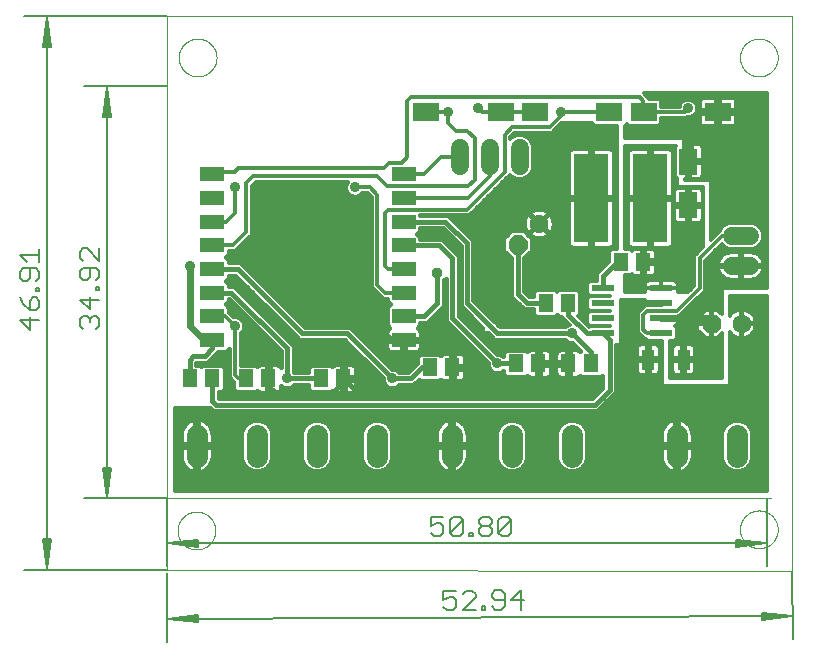
<source format=gtl>
G75*
%MOIN*%
%OFA0B0*%
%FSLAX25Y25*%
%IPPOS*%
%LPD*%
%AMOC8*
5,1,8,0,0,1.08239X$1,22.5*
%
%ADD10C,0.00000*%
%ADD11C,0.00512*%
%ADD12C,0.00600*%
%ADD13C,0.01260*%
%ADD14C,0.06300*%
%ADD15R,0.05118X0.05906*%
%ADD16R,0.04400X0.07100*%
%ADD17R,0.09055X0.06299*%
%ADD18R,0.06400X0.08600*%
%ADD19R,0.07874X0.04724*%
%ADD20R,0.11800X0.29500*%
%ADD21C,0.07050*%
%ADD22R,0.07800X0.02200*%
%ADD23OC8,0.06300*%
%ADD24C,0.06000*%
%ADD25C,0.03562*%
%ADD26C,0.01200*%
%ADD27C,0.01600*%
%ADD28C,0.02400*%
%ADD29C,0.04000*%
%ADD30OC8,0.03562*%
D10*
X0052477Y0025103D02*
X0261020Y0024709D01*
X0261020Y0209788D01*
X0052477Y0209788D01*
X0052477Y0025103D01*
X0056060Y0038252D02*
X0056062Y0038410D01*
X0056068Y0038568D01*
X0056078Y0038726D01*
X0056092Y0038884D01*
X0056110Y0039041D01*
X0056131Y0039198D01*
X0056157Y0039354D01*
X0056187Y0039510D01*
X0056220Y0039665D01*
X0056258Y0039818D01*
X0056299Y0039971D01*
X0056344Y0040123D01*
X0056393Y0040274D01*
X0056446Y0040423D01*
X0056502Y0040571D01*
X0056562Y0040717D01*
X0056626Y0040862D01*
X0056694Y0041005D01*
X0056765Y0041147D01*
X0056839Y0041287D01*
X0056917Y0041424D01*
X0056999Y0041560D01*
X0057083Y0041694D01*
X0057172Y0041825D01*
X0057263Y0041954D01*
X0057358Y0042081D01*
X0057455Y0042206D01*
X0057556Y0042328D01*
X0057660Y0042447D01*
X0057767Y0042564D01*
X0057877Y0042678D01*
X0057990Y0042789D01*
X0058105Y0042898D01*
X0058223Y0043003D01*
X0058344Y0043105D01*
X0058467Y0043205D01*
X0058593Y0043301D01*
X0058721Y0043394D01*
X0058851Y0043484D01*
X0058984Y0043570D01*
X0059119Y0043654D01*
X0059255Y0043733D01*
X0059394Y0043810D01*
X0059535Y0043882D01*
X0059677Y0043952D01*
X0059821Y0044017D01*
X0059967Y0044079D01*
X0060114Y0044137D01*
X0060263Y0044192D01*
X0060413Y0044243D01*
X0060564Y0044290D01*
X0060716Y0044333D01*
X0060869Y0044372D01*
X0061024Y0044408D01*
X0061179Y0044439D01*
X0061335Y0044467D01*
X0061491Y0044491D01*
X0061648Y0044511D01*
X0061806Y0044527D01*
X0061963Y0044539D01*
X0062122Y0044547D01*
X0062280Y0044551D01*
X0062438Y0044551D01*
X0062596Y0044547D01*
X0062755Y0044539D01*
X0062912Y0044527D01*
X0063070Y0044511D01*
X0063227Y0044491D01*
X0063383Y0044467D01*
X0063539Y0044439D01*
X0063694Y0044408D01*
X0063849Y0044372D01*
X0064002Y0044333D01*
X0064154Y0044290D01*
X0064305Y0044243D01*
X0064455Y0044192D01*
X0064604Y0044137D01*
X0064751Y0044079D01*
X0064897Y0044017D01*
X0065041Y0043952D01*
X0065183Y0043882D01*
X0065324Y0043810D01*
X0065463Y0043733D01*
X0065599Y0043654D01*
X0065734Y0043570D01*
X0065867Y0043484D01*
X0065997Y0043394D01*
X0066125Y0043301D01*
X0066251Y0043205D01*
X0066374Y0043105D01*
X0066495Y0043003D01*
X0066613Y0042898D01*
X0066728Y0042789D01*
X0066841Y0042678D01*
X0066951Y0042564D01*
X0067058Y0042447D01*
X0067162Y0042328D01*
X0067263Y0042206D01*
X0067360Y0042081D01*
X0067455Y0041954D01*
X0067546Y0041825D01*
X0067635Y0041694D01*
X0067719Y0041560D01*
X0067801Y0041424D01*
X0067879Y0041287D01*
X0067953Y0041147D01*
X0068024Y0041005D01*
X0068092Y0040862D01*
X0068156Y0040717D01*
X0068216Y0040571D01*
X0068272Y0040423D01*
X0068325Y0040274D01*
X0068374Y0040123D01*
X0068419Y0039971D01*
X0068460Y0039818D01*
X0068498Y0039665D01*
X0068531Y0039510D01*
X0068561Y0039354D01*
X0068587Y0039198D01*
X0068608Y0039041D01*
X0068626Y0038884D01*
X0068640Y0038726D01*
X0068650Y0038568D01*
X0068656Y0038410D01*
X0068658Y0038252D01*
X0068656Y0038094D01*
X0068650Y0037936D01*
X0068640Y0037778D01*
X0068626Y0037620D01*
X0068608Y0037463D01*
X0068587Y0037306D01*
X0068561Y0037150D01*
X0068531Y0036994D01*
X0068498Y0036839D01*
X0068460Y0036686D01*
X0068419Y0036533D01*
X0068374Y0036381D01*
X0068325Y0036230D01*
X0068272Y0036081D01*
X0068216Y0035933D01*
X0068156Y0035787D01*
X0068092Y0035642D01*
X0068024Y0035499D01*
X0067953Y0035357D01*
X0067879Y0035217D01*
X0067801Y0035080D01*
X0067719Y0034944D01*
X0067635Y0034810D01*
X0067546Y0034679D01*
X0067455Y0034550D01*
X0067360Y0034423D01*
X0067263Y0034298D01*
X0067162Y0034176D01*
X0067058Y0034057D01*
X0066951Y0033940D01*
X0066841Y0033826D01*
X0066728Y0033715D01*
X0066613Y0033606D01*
X0066495Y0033501D01*
X0066374Y0033399D01*
X0066251Y0033299D01*
X0066125Y0033203D01*
X0065997Y0033110D01*
X0065867Y0033020D01*
X0065734Y0032934D01*
X0065599Y0032850D01*
X0065463Y0032771D01*
X0065324Y0032694D01*
X0065183Y0032622D01*
X0065041Y0032552D01*
X0064897Y0032487D01*
X0064751Y0032425D01*
X0064604Y0032367D01*
X0064455Y0032312D01*
X0064305Y0032261D01*
X0064154Y0032214D01*
X0064002Y0032171D01*
X0063849Y0032132D01*
X0063694Y0032096D01*
X0063539Y0032065D01*
X0063383Y0032037D01*
X0063227Y0032013D01*
X0063070Y0031993D01*
X0062912Y0031977D01*
X0062755Y0031965D01*
X0062596Y0031957D01*
X0062438Y0031953D01*
X0062280Y0031953D01*
X0062122Y0031957D01*
X0061963Y0031965D01*
X0061806Y0031977D01*
X0061648Y0031993D01*
X0061491Y0032013D01*
X0061335Y0032037D01*
X0061179Y0032065D01*
X0061024Y0032096D01*
X0060869Y0032132D01*
X0060716Y0032171D01*
X0060564Y0032214D01*
X0060413Y0032261D01*
X0060263Y0032312D01*
X0060114Y0032367D01*
X0059967Y0032425D01*
X0059821Y0032487D01*
X0059677Y0032552D01*
X0059535Y0032622D01*
X0059394Y0032694D01*
X0059255Y0032771D01*
X0059119Y0032850D01*
X0058984Y0032934D01*
X0058851Y0033020D01*
X0058721Y0033110D01*
X0058593Y0033203D01*
X0058467Y0033299D01*
X0058344Y0033399D01*
X0058223Y0033501D01*
X0058105Y0033606D01*
X0057990Y0033715D01*
X0057877Y0033826D01*
X0057767Y0033940D01*
X0057660Y0034057D01*
X0057556Y0034176D01*
X0057455Y0034298D01*
X0057358Y0034423D01*
X0057263Y0034550D01*
X0057172Y0034679D01*
X0057083Y0034810D01*
X0056999Y0034944D01*
X0056917Y0035080D01*
X0056839Y0035217D01*
X0056765Y0035357D01*
X0056694Y0035499D01*
X0056626Y0035642D01*
X0056562Y0035787D01*
X0056502Y0035933D01*
X0056446Y0036081D01*
X0056393Y0036230D01*
X0056344Y0036381D01*
X0056299Y0036533D01*
X0056258Y0036686D01*
X0056220Y0036839D01*
X0056187Y0036994D01*
X0056157Y0037150D01*
X0056131Y0037306D01*
X0056110Y0037463D01*
X0056092Y0037620D01*
X0056078Y0037778D01*
X0056068Y0037936D01*
X0056062Y0038094D01*
X0056060Y0038252D01*
X0052595Y0048951D02*
X0253796Y0048951D01*
X0243540Y0038646D02*
X0243542Y0038804D01*
X0243548Y0038962D01*
X0243558Y0039120D01*
X0243572Y0039278D01*
X0243590Y0039435D01*
X0243611Y0039592D01*
X0243637Y0039748D01*
X0243667Y0039904D01*
X0243700Y0040059D01*
X0243738Y0040212D01*
X0243779Y0040365D01*
X0243824Y0040517D01*
X0243873Y0040668D01*
X0243926Y0040817D01*
X0243982Y0040965D01*
X0244042Y0041111D01*
X0244106Y0041256D01*
X0244174Y0041399D01*
X0244245Y0041541D01*
X0244319Y0041681D01*
X0244397Y0041818D01*
X0244479Y0041954D01*
X0244563Y0042088D01*
X0244652Y0042219D01*
X0244743Y0042348D01*
X0244838Y0042475D01*
X0244935Y0042600D01*
X0245036Y0042722D01*
X0245140Y0042841D01*
X0245247Y0042958D01*
X0245357Y0043072D01*
X0245470Y0043183D01*
X0245585Y0043292D01*
X0245703Y0043397D01*
X0245824Y0043499D01*
X0245947Y0043599D01*
X0246073Y0043695D01*
X0246201Y0043788D01*
X0246331Y0043878D01*
X0246464Y0043964D01*
X0246599Y0044048D01*
X0246735Y0044127D01*
X0246874Y0044204D01*
X0247015Y0044276D01*
X0247157Y0044346D01*
X0247301Y0044411D01*
X0247447Y0044473D01*
X0247594Y0044531D01*
X0247743Y0044586D01*
X0247893Y0044637D01*
X0248044Y0044684D01*
X0248196Y0044727D01*
X0248349Y0044766D01*
X0248504Y0044802D01*
X0248659Y0044833D01*
X0248815Y0044861D01*
X0248971Y0044885D01*
X0249128Y0044905D01*
X0249286Y0044921D01*
X0249443Y0044933D01*
X0249602Y0044941D01*
X0249760Y0044945D01*
X0249918Y0044945D01*
X0250076Y0044941D01*
X0250235Y0044933D01*
X0250392Y0044921D01*
X0250550Y0044905D01*
X0250707Y0044885D01*
X0250863Y0044861D01*
X0251019Y0044833D01*
X0251174Y0044802D01*
X0251329Y0044766D01*
X0251482Y0044727D01*
X0251634Y0044684D01*
X0251785Y0044637D01*
X0251935Y0044586D01*
X0252084Y0044531D01*
X0252231Y0044473D01*
X0252377Y0044411D01*
X0252521Y0044346D01*
X0252663Y0044276D01*
X0252804Y0044204D01*
X0252943Y0044127D01*
X0253079Y0044048D01*
X0253214Y0043964D01*
X0253347Y0043878D01*
X0253477Y0043788D01*
X0253605Y0043695D01*
X0253731Y0043599D01*
X0253854Y0043499D01*
X0253975Y0043397D01*
X0254093Y0043292D01*
X0254208Y0043183D01*
X0254321Y0043072D01*
X0254431Y0042958D01*
X0254538Y0042841D01*
X0254642Y0042722D01*
X0254743Y0042600D01*
X0254840Y0042475D01*
X0254935Y0042348D01*
X0255026Y0042219D01*
X0255115Y0042088D01*
X0255199Y0041954D01*
X0255281Y0041818D01*
X0255359Y0041681D01*
X0255433Y0041541D01*
X0255504Y0041399D01*
X0255572Y0041256D01*
X0255636Y0041111D01*
X0255696Y0040965D01*
X0255752Y0040817D01*
X0255805Y0040668D01*
X0255854Y0040517D01*
X0255899Y0040365D01*
X0255940Y0040212D01*
X0255978Y0040059D01*
X0256011Y0039904D01*
X0256041Y0039748D01*
X0256067Y0039592D01*
X0256088Y0039435D01*
X0256106Y0039278D01*
X0256120Y0039120D01*
X0256130Y0038962D01*
X0256136Y0038804D01*
X0256138Y0038646D01*
X0256136Y0038488D01*
X0256130Y0038330D01*
X0256120Y0038172D01*
X0256106Y0038014D01*
X0256088Y0037857D01*
X0256067Y0037700D01*
X0256041Y0037544D01*
X0256011Y0037388D01*
X0255978Y0037233D01*
X0255940Y0037080D01*
X0255899Y0036927D01*
X0255854Y0036775D01*
X0255805Y0036624D01*
X0255752Y0036475D01*
X0255696Y0036327D01*
X0255636Y0036181D01*
X0255572Y0036036D01*
X0255504Y0035893D01*
X0255433Y0035751D01*
X0255359Y0035611D01*
X0255281Y0035474D01*
X0255199Y0035338D01*
X0255115Y0035204D01*
X0255026Y0035073D01*
X0254935Y0034944D01*
X0254840Y0034817D01*
X0254743Y0034692D01*
X0254642Y0034570D01*
X0254538Y0034451D01*
X0254431Y0034334D01*
X0254321Y0034220D01*
X0254208Y0034109D01*
X0254093Y0034000D01*
X0253975Y0033895D01*
X0253854Y0033793D01*
X0253731Y0033693D01*
X0253605Y0033597D01*
X0253477Y0033504D01*
X0253347Y0033414D01*
X0253214Y0033328D01*
X0253079Y0033244D01*
X0252943Y0033165D01*
X0252804Y0033088D01*
X0252663Y0033016D01*
X0252521Y0032946D01*
X0252377Y0032881D01*
X0252231Y0032819D01*
X0252084Y0032761D01*
X0251935Y0032706D01*
X0251785Y0032655D01*
X0251634Y0032608D01*
X0251482Y0032565D01*
X0251329Y0032526D01*
X0251174Y0032490D01*
X0251019Y0032459D01*
X0250863Y0032431D01*
X0250707Y0032407D01*
X0250550Y0032387D01*
X0250392Y0032371D01*
X0250235Y0032359D01*
X0250076Y0032351D01*
X0249918Y0032347D01*
X0249760Y0032347D01*
X0249602Y0032351D01*
X0249443Y0032359D01*
X0249286Y0032371D01*
X0249128Y0032387D01*
X0248971Y0032407D01*
X0248815Y0032431D01*
X0248659Y0032459D01*
X0248504Y0032490D01*
X0248349Y0032526D01*
X0248196Y0032565D01*
X0248044Y0032608D01*
X0247893Y0032655D01*
X0247743Y0032706D01*
X0247594Y0032761D01*
X0247447Y0032819D01*
X0247301Y0032881D01*
X0247157Y0032946D01*
X0247015Y0033016D01*
X0246874Y0033088D01*
X0246735Y0033165D01*
X0246599Y0033244D01*
X0246464Y0033328D01*
X0246331Y0033414D01*
X0246201Y0033504D01*
X0246073Y0033597D01*
X0245947Y0033693D01*
X0245824Y0033793D01*
X0245703Y0033895D01*
X0245585Y0034000D01*
X0245470Y0034109D01*
X0245357Y0034220D01*
X0245247Y0034334D01*
X0245140Y0034451D01*
X0245036Y0034570D01*
X0244935Y0034692D01*
X0244838Y0034817D01*
X0244743Y0034944D01*
X0244652Y0035073D01*
X0244563Y0035204D01*
X0244479Y0035338D01*
X0244397Y0035474D01*
X0244319Y0035611D01*
X0244245Y0035751D01*
X0244174Y0035893D01*
X0244106Y0036036D01*
X0244042Y0036181D01*
X0243982Y0036327D01*
X0243926Y0036475D01*
X0243873Y0036624D01*
X0243824Y0036775D01*
X0243779Y0036927D01*
X0243738Y0037080D01*
X0243700Y0037233D01*
X0243667Y0037388D01*
X0243637Y0037544D01*
X0243611Y0037700D01*
X0243590Y0037857D01*
X0243572Y0038014D01*
X0243558Y0038172D01*
X0243548Y0038330D01*
X0243542Y0038488D01*
X0243540Y0038646D01*
X0243540Y0195929D02*
X0243542Y0196087D01*
X0243548Y0196245D01*
X0243558Y0196403D01*
X0243572Y0196561D01*
X0243590Y0196718D01*
X0243611Y0196875D01*
X0243637Y0197031D01*
X0243667Y0197187D01*
X0243700Y0197342D01*
X0243738Y0197495D01*
X0243779Y0197648D01*
X0243824Y0197800D01*
X0243873Y0197951D01*
X0243926Y0198100D01*
X0243982Y0198248D01*
X0244042Y0198394D01*
X0244106Y0198539D01*
X0244174Y0198682D01*
X0244245Y0198824D01*
X0244319Y0198964D01*
X0244397Y0199101D01*
X0244479Y0199237D01*
X0244563Y0199371D01*
X0244652Y0199502D01*
X0244743Y0199631D01*
X0244838Y0199758D01*
X0244935Y0199883D01*
X0245036Y0200005D01*
X0245140Y0200124D01*
X0245247Y0200241D01*
X0245357Y0200355D01*
X0245470Y0200466D01*
X0245585Y0200575D01*
X0245703Y0200680D01*
X0245824Y0200782D01*
X0245947Y0200882D01*
X0246073Y0200978D01*
X0246201Y0201071D01*
X0246331Y0201161D01*
X0246464Y0201247D01*
X0246599Y0201331D01*
X0246735Y0201410D01*
X0246874Y0201487D01*
X0247015Y0201559D01*
X0247157Y0201629D01*
X0247301Y0201694D01*
X0247447Y0201756D01*
X0247594Y0201814D01*
X0247743Y0201869D01*
X0247893Y0201920D01*
X0248044Y0201967D01*
X0248196Y0202010D01*
X0248349Y0202049D01*
X0248504Y0202085D01*
X0248659Y0202116D01*
X0248815Y0202144D01*
X0248971Y0202168D01*
X0249128Y0202188D01*
X0249286Y0202204D01*
X0249443Y0202216D01*
X0249602Y0202224D01*
X0249760Y0202228D01*
X0249918Y0202228D01*
X0250076Y0202224D01*
X0250235Y0202216D01*
X0250392Y0202204D01*
X0250550Y0202188D01*
X0250707Y0202168D01*
X0250863Y0202144D01*
X0251019Y0202116D01*
X0251174Y0202085D01*
X0251329Y0202049D01*
X0251482Y0202010D01*
X0251634Y0201967D01*
X0251785Y0201920D01*
X0251935Y0201869D01*
X0252084Y0201814D01*
X0252231Y0201756D01*
X0252377Y0201694D01*
X0252521Y0201629D01*
X0252663Y0201559D01*
X0252804Y0201487D01*
X0252943Y0201410D01*
X0253079Y0201331D01*
X0253214Y0201247D01*
X0253347Y0201161D01*
X0253477Y0201071D01*
X0253605Y0200978D01*
X0253731Y0200882D01*
X0253854Y0200782D01*
X0253975Y0200680D01*
X0254093Y0200575D01*
X0254208Y0200466D01*
X0254321Y0200355D01*
X0254431Y0200241D01*
X0254538Y0200124D01*
X0254642Y0200005D01*
X0254743Y0199883D01*
X0254840Y0199758D01*
X0254935Y0199631D01*
X0255026Y0199502D01*
X0255115Y0199371D01*
X0255199Y0199237D01*
X0255281Y0199101D01*
X0255359Y0198964D01*
X0255433Y0198824D01*
X0255504Y0198682D01*
X0255572Y0198539D01*
X0255636Y0198394D01*
X0255696Y0198248D01*
X0255752Y0198100D01*
X0255805Y0197951D01*
X0255854Y0197800D01*
X0255899Y0197648D01*
X0255940Y0197495D01*
X0255978Y0197342D01*
X0256011Y0197187D01*
X0256041Y0197031D01*
X0256067Y0196875D01*
X0256088Y0196718D01*
X0256106Y0196561D01*
X0256120Y0196403D01*
X0256130Y0196245D01*
X0256136Y0196087D01*
X0256138Y0195929D01*
X0256136Y0195771D01*
X0256130Y0195613D01*
X0256120Y0195455D01*
X0256106Y0195297D01*
X0256088Y0195140D01*
X0256067Y0194983D01*
X0256041Y0194827D01*
X0256011Y0194671D01*
X0255978Y0194516D01*
X0255940Y0194363D01*
X0255899Y0194210D01*
X0255854Y0194058D01*
X0255805Y0193907D01*
X0255752Y0193758D01*
X0255696Y0193610D01*
X0255636Y0193464D01*
X0255572Y0193319D01*
X0255504Y0193176D01*
X0255433Y0193034D01*
X0255359Y0192894D01*
X0255281Y0192757D01*
X0255199Y0192621D01*
X0255115Y0192487D01*
X0255026Y0192356D01*
X0254935Y0192227D01*
X0254840Y0192100D01*
X0254743Y0191975D01*
X0254642Y0191853D01*
X0254538Y0191734D01*
X0254431Y0191617D01*
X0254321Y0191503D01*
X0254208Y0191392D01*
X0254093Y0191283D01*
X0253975Y0191178D01*
X0253854Y0191076D01*
X0253731Y0190976D01*
X0253605Y0190880D01*
X0253477Y0190787D01*
X0253347Y0190697D01*
X0253214Y0190611D01*
X0253079Y0190527D01*
X0252943Y0190448D01*
X0252804Y0190371D01*
X0252663Y0190299D01*
X0252521Y0190229D01*
X0252377Y0190164D01*
X0252231Y0190102D01*
X0252084Y0190044D01*
X0251935Y0189989D01*
X0251785Y0189938D01*
X0251634Y0189891D01*
X0251482Y0189848D01*
X0251329Y0189809D01*
X0251174Y0189773D01*
X0251019Y0189742D01*
X0250863Y0189714D01*
X0250707Y0189690D01*
X0250550Y0189670D01*
X0250392Y0189654D01*
X0250235Y0189642D01*
X0250076Y0189634D01*
X0249918Y0189630D01*
X0249760Y0189630D01*
X0249602Y0189634D01*
X0249443Y0189642D01*
X0249286Y0189654D01*
X0249128Y0189670D01*
X0248971Y0189690D01*
X0248815Y0189714D01*
X0248659Y0189742D01*
X0248504Y0189773D01*
X0248349Y0189809D01*
X0248196Y0189848D01*
X0248044Y0189891D01*
X0247893Y0189938D01*
X0247743Y0189989D01*
X0247594Y0190044D01*
X0247447Y0190102D01*
X0247301Y0190164D01*
X0247157Y0190229D01*
X0247015Y0190299D01*
X0246874Y0190371D01*
X0246735Y0190448D01*
X0246599Y0190527D01*
X0246464Y0190611D01*
X0246331Y0190697D01*
X0246201Y0190787D01*
X0246073Y0190880D01*
X0245947Y0190976D01*
X0245824Y0191076D01*
X0245703Y0191178D01*
X0245585Y0191283D01*
X0245470Y0191392D01*
X0245357Y0191503D01*
X0245247Y0191617D01*
X0245140Y0191734D01*
X0245036Y0191853D01*
X0244935Y0191975D01*
X0244838Y0192100D01*
X0244743Y0192227D01*
X0244652Y0192356D01*
X0244563Y0192487D01*
X0244479Y0192621D01*
X0244397Y0192757D01*
X0244319Y0192894D01*
X0244245Y0193034D01*
X0244174Y0193176D01*
X0244106Y0193319D01*
X0244042Y0193464D01*
X0243982Y0193610D01*
X0243926Y0193758D01*
X0243873Y0193907D01*
X0243824Y0194058D01*
X0243779Y0194210D01*
X0243738Y0194363D01*
X0243700Y0194516D01*
X0243667Y0194671D01*
X0243637Y0194827D01*
X0243611Y0194983D01*
X0243590Y0195140D01*
X0243572Y0195297D01*
X0243558Y0195455D01*
X0243548Y0195613D01*
X0243542Y0195771D01*
X0243540Y0195929D01*
X0056454Y0195929D02*
X0056456Y0196087D01*
X0056462Y0196245D01*
X0056472Y0196403D01*
X0056486Y0196561D01*
X0056504Y0196718D01*
X0056525Y0196875D01*
X0056551Y0197031D01*
X0056581Y0197187D01*
X0056614Y0197342D01*
X0056652Y0197495D01*
X0056693Y0197648D01*
X0056738Y0197800D01*
X0056787Y0197951D01*
X0056840Y0198100D01*
X0056896Y0198248D01*
X0056956Y0198394D01*
X0057020Y0198539D01*
X0057088Y0198682D01*
X0057159Y0198824D01*
X0057233Y0198964D01*
X0057311Y0199101D01*
X0057393Y0199237D01*
X0057477Y0199371D01*
X0057566Y0199502D01*
X0057657Y0199631D01*
X0057752Y0199758D01*
X0057849Y0199883D01*
X0057950Y0200005D01*
X0058054Y0200124D01*
X0058161Y0200241D01*
X0058271Y0200355D01*
X0058384Y0200466D01*
X0058499Y0200575D01*
X0058617Y0200680D01*
X0058738Y0200782D01*
X0058861Y0200882D01*
X0058987Y0200978D01*
X0059115Y0201071D01*
X0059245Y0201161D01*
X0059378Y0201247D01*
X0059513Y0201331D01*
X0059649Y0201410D01*
X0059788Y0201487D01*
X0059929Y0201559D01*
X0060071Y0201629D01*
X0060215Y0201694D01*
X0060361Y0201756D01*
X0060508Y0201814D01*
X0060657Y0201869D01*
X0060807Y0201920D01*
X0060958Y0201967D01*
X0061110Y0202010D01*
X0061263Y0202049D01*
X0061418Y0202085D01*
X0061573Y0202116D01*
X0061729Y0202144D01*
X0061885Y0202168D01*
X0062042Y0202188D01*
X0062200Y0202204D01*
X0062357Y0202216D01*
X0062516Y0202224D01*
X0062674Y0202228D01*
X0062832Y0202228D01*
X0062990Y0202224D01*
X0063149Y0202216D01*
X0063306Y0202204D01*
X0063464Y0202188D01*
X0063621Y0202168D01*
X0063777Y0202144D01*
X0063933Y0202116D01*
X0064088Y0202085D01*
X0064243Y0202049D01*
X0064396Y0202010D01*
X0064548Y0201967D01*
X0064699Y0201920D01*
X0064849Y0201869D01*
X0064998Y0201814D01*
X0065145Y0201756D01*
X0065291Y0201694D01*
X0065435Y0201629D01*
X0065577Y0201559D01*
X0065718Y0201487D01*
X0065857Y0201410D01*
X0065993Y0201331D01*
X0066128Y0201247D01*
X0066261Y0201161D01*
X0066391Y0201071D01*
X0066519Y0200978D01*
X0066645Y0200882D01*
X0066768Y0200782D01*
X0066889Y0200680D01*
X0067007Y0200575D01*
X0067122Y0200466D01*
X0067235Y0200355D01*
X0067345Y0200241D01*
X0067452Y0200124D01*
X0067556Y0200005D01*
X0067657Y0199883D01*
X0067754Y0199758D01*
X0067849Y0199631D01*
X0067940Y0199502D01*
X0068029Y0199371D01*
X0068113Y0199237D01*
X0068195Y0199101D01*
X0068273Y0198964D01*
X0068347Y0198824D01*
X0068418Y0198682D01*
X0068486Y0198539D01*
X0068550Y0198394D01*
X0068610Y0198248D01*
X0068666Y0198100D01*
X0068719Y0197951D01*
X0068768Y0197800D01*
X0068813Y0197648D01*
X0068854Y0197495D01*
X0068892Y0197342D01*
X0068925Y0197187D01*
X0068955Y0197031D01*
X0068981Y0196875D01*
X0069002Y0196718D01*
X0069020Y0196561D01*
X0069034Y0196403D01*
X0069044Y0196245D01*
X0069050Y0196087D01*
X0069052Y0195929D01*
X0069050Y0195771D01*
X0069044Y0195613D01*
X0069034Y0195455D01*
X0069020Y0195297D01*
X0069002Y0195140D01*
X0068981Y0194983D01*
X0068955Y0194827D01*
X0068925Y0194671D01*
X0068892Y0194516D01*
X0068854Y0194363D01*
X0068813Y0194210D01*
X0068768Y0194058D01*
X0068719Y0193907D01*
X0068666Y0193758D01*
X0068610Y0193610D01*
X0068550Y0193464D01*
X0068486Y0193319D01*
X0068418Y0193176D01*
X0068347Y0193034D01*
X0068273Y0192894D01*
X0068195Y0192757D01*
X0068113Y0192621D01*
X0068029Y0192487D01*
X0067940Y0192356D01*
X0067849Y0192227D01*
X0067754Y0192100D01*
X0067657Y0191975D01*
X0067556Y0191853D01*
X0067452Y0191734D01*
X0067345Y0191617D01*
X0067235Y0191503D01*
X0067122Y0191392D01*
X0067007Y0191283D01*
X0066889Y0191178D01*
X0066768Y0191076D01*
X0066645Y0190976D01*
X0066519Y0190880D01*
X0066391Y0190787D01*
X0066261Y0190697D01*
X0066128Y0190611D01*
X0065993Y0190527D01*
X0065857Y0190448D01*
X0065718Y0190371D01*
X0065577Y0190299D01*
X0065435Y0190229D01*
X0065291Y0190164D01*
X0065145Y0190102D01*
X0064998Y0190044D01*
X0064849Y0189989D01*
X0064699Y0189938D01*
X0064548Y0189891D01*
X0064396Y0189848D01*
X0064243Y0189809D01*
X0064088Y0189773D01*
X0063933Y0189742D01*
X0063777Y0189714D01*
X0063621Y0189690D01*
X0063464Y0189670D01*
X0063306Y0189654D01*
X0063149Y0189642D01*
X0062990Y0189634D01*
X0062832Y0189630D01*
X0062674Y0189630D01*
X0062516Y0189634D01*
X0062357Y0189642D01*
X0062200Y0189654D01*
X0062042Y0189670D01*
X0061885Y0189690D01*
X0061729Y0189714D01*
X0061573Y0189742D01*
X0061418Y0189773D01*
X0061263Y0189809D01*
X0061110Y0189848D01*
X0060958Y0189891D01*
X0060807Y0189938D01*
X0060657Y0189989D01*
X0060508Y0190044D01*
X0060361Y0190102D01*
X0060215Y0190164D01*
X0060071Y0190229D01*
X0059929Y0190299D01*
X0059788Y0190371D01*
X0059649Y0190448D01*
X0059513Y0190527D01*
X0059378Y0190611D01*
X0059245Y0190697D01*
X0059115Y0190787D01*
X0058987Y0190880D01*
X0058861Y0190976D01*
X0058738Y0191076D01*
X0058617Y0191178D01*
X0058499Y0191283D01*
X0058384Y0191392D01*
X0058271Y0191503D01*
X0058161Y0191617D01*
X0058054Y0191734D01*
X0057950Y0191853D01*
X0057849Y0191975D01*
X0057752Y0192100D01*
X0057657Y0192227D01*
X0057566Y0192356D01*
X0057477Y0192487D01*
X0057393Y0192621D01*
X0057311Y0192757D01*
X0057233Y0192894D01*
X0057159Y0193034D01*
X0057088Y0193176D01*
X0057020Y0193319D01*
X0056956Y0193464D01*
X0056896Y0193610D01*
X0056840Y0193758D01*
X0056787Y0193907D01*
X0056738Y0194058D01*
X0056693Y0194210D01*
X0056652Y0194363D01*
X0056614Y0194516D01*
X0056581Y0194671D01*
X0056551Y0194827D01*
X0056525Y0194983D01*
X0056504Y0195140D01*
X0056486Y0195297D01*
X0056472Y0195455D01*
X0056462Y0195613D01*
X0056456Y0195771D01*
X0056454Y0195929D01*
D11*
X0052477Y0025103D02*
X0004918Y0025103D01*
X0012595Y0025358D02*
X0013619Y0035339D01*
X0013852Y0035339D02*
X0012595Y0025358D01*
X0011572Y0035339D01*
X0011338Y0035339D02*
X0013852Y0035339D01*
X0013107Y0035339D02*
X0012595Y0025358D01*
X0012083Y0035339D01*
X0011338Y0035339D02*
X0012595Y0025358D01*
X0012595Y0209532D01*
X0013619Y0199551D01*
X0013852Y0199551D02*
X0012595Y0209532D01*
X0011572Y0199551D01*
X0011338Y0199551D02*
X0013852Y0199551D01*
X0013107Y0199551D02*
X0012595Y0209532D01*
X0012083Y0199551D01*
X0011338Y0199551D02*
X0012595Y0209532D01*
X0004918Y0209788D02*
X0052477Y0209788D01*
X0052595Y0186412D02*
X0024918Y0186412D01*
X0032595Y0186156D02*
X0033619Y0176175D01*
X0033852Y0176175D02*
X0032595Y0186156D01*
X0031572Y0176175D01*
X0031338Y0176175D02*
X0033852Y0176175D01*
X0033107Y0176175D02*
X0032595Y0186156D01*
X0032083Y0176175D01*
X0031338Y0176175D02*
X0032595Y0186156D01*
X0032595Y0049207D01*
X0033619Y0059187D01*
X0033852Y0059187D02*
X0032595Y0049207D01*
X0031572Y0059187D01*
X0031338Y0059187D02*
X0033852Y0059187D01*
X0033107Y0059187D02*
X0032595Y0049207D01*
X0032083Y0059187D01*
X0031338Y0059187D02*
X0032595Y0049207D01*
X0024918Y0048951D02*
X0052595Y0048951D01*
X0052595Y0026274D01*
X0052595Y0023951D02*
X0052678Y0001256D01*
X0052906Y0008934D02*
X0062890Y0007947D01*
X0062890Y0007713D02*
X0052906Y0008934D01*
X0062882Y0009994D01*
X0062881Y0010227D02*
X0062890Y0007713D01*
X0062888Y0008458D02*
X0052906Y0008934D01*
X0062884Y0009482D01*
X0062881Y0010227D02*
X0052906Y0008934D01*
X0260819Y0009690D01*
X0250843Y0008630D01*
X0250843Y0008397D02*
X0260819Y0009690D01*
X0250835Y0010677D01*
X0250834Y0010911D02*
X0250843Y0008397D01*
X0250841Y0009142D02*
X0260819Y0009690D01*
X0250837Y0010165D01*
X0250834Y0010911D02*
X0260819Y0009690D01*
X0261103Y0002014D02*
X0261020Y0024709D01*
X0252595Y0026274D02*
X0252595Y0048951D01*
X0252339Y0033951D02*
X0242359Y0034975D01*
X0242359Y0035208D02*
X0242359Y0032694D01*
X0252339Y0033951D01*
X0242359Y0032927D01*
X0242359Y0033439D02*
X0252339Y0033951D01*
X0242359Y0034463D01*
X0242359Y0035208D02*
X0252339Y0033951D01*
X0052851Y0033951D01*
X0062831Y0032927D01*
X0062831Y0032694D02*
X0052851Y0033951D01*
X0062831Y0034975D01*
X0062831Y0035208D02*
X0062831Y0032694D01*
X0062831Y0033439D02*
X0052851Y0033951D01*
X0062831Y0034463D01*
X0062831Y0035208D02*
X0052851Y0033951D01*
D12*
X0028966Y0105506D02*
X0030033Y0106574D01*
X0030033Y0108709D01*
X0028966Y0109777D01*
X0027898Y0109777D01*
X0026831Y0108709D01*
X0026831Y0107641D01*
X0026831Y0108709D02*
X0025763Y0109777D01*
X0024695Y0109777D01*
X0023628Y0108709D01*
X0023628Y0106574D01*
X0024695Y0105506D01*
X0026831Y0111952D02*
X0026831Y0116222D01*
X0028966Y0118397D02*
X0028966Y0119465D01*
X0030033Y0119465D01*
X0030033Y0118397D01*
X0028966Y0118397D01*
X0028966Y0121620D02*
X0030033Y0122687D01*
X0030033Y0124823D01*
X0028966Y0125890D01*
X0024695Y0125890D01*
X0023628Y0124823D01*
X0023628Y0122687D01*
X0024695Y0121620D01*
X0025763Y0121620D01*
X0026831Y0122687D01*
X0026831Y0125890D01*
X0024695Y0128065D02*
X0023628Y0129133D01*
X0023628Y0131268D01*
X0024695Y0132336D01*
X0025763Y0132336D01*
X0030033Y0128065D01*
X0030033Y0132336D01*
X0030033Y0115154D02*
X0023628Y0115154D01*
X0026831Y0111952D01*
X0010033Y0112783D02*
X0008966Y0111715D01*
X0006831Y0111715D01*
X0006831Y0114918D01*
X0007898Y0115986D01*
X0008966Y0115986D01*
X0010033Y0114918D01*
X0010033Y0112783D01*
X0006831Y0111715D02*
X0004695Y0113851D01*
X0003628Y0115986D01*
X0008966Y0118161D02*
X0008966Y0119229D01*
X0010033Y0119229D01*
X0010033Y0118161D01*
X0008966Y0118161D01*
X0008966Y0121384D02*
X0010033Y0122451D01*
X0010033Y0124586D01*
X0008966Y0125654D01*
X0004695Y0125654D01*
X0003628Y0124586D01*
X0003628Y0122451D01*
X0004695Y0121384D01*
X0005763Y0121384D01*
X0006831Y0122451D01*
X0006831Y0125654D01*
X0005763Y0127829D02*
X0003628Y0129964D01*
X0010033Y0129964D01*
X0010033Y0127829D02*
X0010033Y0132100D01*
X0006831Y0109540D02*
X0006831Y0105270D01*
X0003628Y0108473D01*
X0010033Y0108473D01*
X0140420Y0042918D02*
X0140420Y0039716D01*
X0142555Y0040783D01*
X0143623Y0040783D01*
X0144690Y0039716D01*
X0144690Y0037580D01*
X0143623Y0036513D01*
X0141488Y0036513D01*
X0140420Y0037580D01*
X0146866Y0037580D02*
X0146866Y0041851D01*
X0147933Y0042918D01*
X0150068Y0042918D01*
X0151136Y0041851D01*
X0146866Y0037580D01*
X0147933Y0036513D01*
X0150068Y0036513D01*
X0151136Y0037580D01*
X0151136Y0041851D01*
X0153311Y0037580D02*
X0154379Y0037580D01*
X0154379Y0036513D01*
X0153311Y0036513D01*
X0153311Y0037580D01*
X0156534Y0037580D02*
X0156534Y0038648D01*
X0157601Y0039716D01*
X0159736Y0039716D01*
X0160804Y0038648D01*
X0160804Y0037580D01*
X0159736Y0036513D01*
X0157601Y0036513D01*
X0156534Y0037580D01*
X0157601Y0039716D02*
X0156534Y0040783D01*
X0156534Y0041851D01*
X0157601Y0042918D01*
X0159736Y0042918D01*
X0160804Y0041851D01*
X0160804Y0040783D01*
X0159736Y0039716D01*
X0162979Y0041851D02*
X0164047Y0042918D01*
X0166182Y0042918D01*
X0167250Y0041851D01*
X0162979Y0037580D01*
X0164047Y0036513D01*
X0166182Y0036513D01*
X0167250Y0037580D01*
X0167250Y0041851D01*
X0162979Y0041851D02*
X0162979Y0037580D01*
X0144690Y0042918D02*
X0140420Y0042918D01*
X0144656Y0018235D02*
X0144667Y0015032D01*
X0146798Y0016107D01*
X0147866Y0016111D01*
X0148937Y0015047D01*
X0148945Y0012912D01*
X0147881Y0011841D01*
X0145746Y0011833D01*
X0144674Y0012897D01*
X0144656Y0018235D02*
X0148926Y0018250D01*
X0151105Y0017190D02*
X0152169Y0018261D01*
X0154304Y0018269D01*
X0155375Y0017205D01*
X0155379Y0016137D01*
X0151123Y0011852D01*
X0155394Y0011867D01*
X0157569Y0011874D02*
X0157565Y0012942D01*
X0158633Y0012946D01*
X0158636Y0011878D01*
X0157569Y0011874D01*
X0160788Y0012953D02*
X0161859Y0011889D01*
X0163994Y0011897D01*
X0165058Y0012968D01*
X0165043Y0017238D01*
X0163972Y0018302D01*
X0161837Y0018295D01*
X0160773Y0017224D01*
X0160777Y0016156D01*
X0161848Y0015092D01*
X0165051Y0015103D01*
X0167226Y0015111D02*
X0171496Y0015126D01*
X0170417Y0018325D02*
X0167226Y0015111D01*
X0170440Y0011919D02*
X0170417Y0018325D01*
D13*
X0167688Y0133019D02*
X0167058Y0132389D01*
X0167058Y0134477D01*
X0168533Y0135952D01*
X0170621Y0135952D01*
X0172096Y0134477D01*
X0172096Y0132389D01*
X0170621Y0130914D01*
X0168533Y0130914D01*
X0167058Y0132389D01*
X0168003Y0132781D01*
X0168003Y0134085D01*
X0168925Y0135007D01*
X0170229Y0135007D01*
X0171151Y0134085D01*
X0171151Y0132781D01*
X0170229Y0131859D01*
X0168925Y0131859D01*
X0168003Y0132781D01*
X0168948Y0133172D01*
X0168948Y0133694D01*
X0169316Y0134062D01*
X0169838Y0134062D01*
X0170206Y0133694D01*
X0170206Y0133172D01*
X0169838Y0132804D01*
X0169316Y0132804D01*
X0168948Y0133172D01*
D14*
X0176648Y0140504D03*
X0244060Y0107183D03*
D15*
X0211335Y0127701D03*
X0203855Y0127701D03*
X0186335Y0113951D03*
X0178855Y0113951D03*
X0176335Y0093951D03*
X0168855Y0093951D03*
X0186355Y0093951D03*
X0193835Y0093951D03*
X0147585Y0092701D03*
X0140105Y0092701D03*
X0111335Y0088951D03*
X0103855Y0088951D03*
X0086335Y0088951D03*
X0078855Y0088951D03*
X0067585Y0088951D03*
X0060105Y0088951D03*
D16*
X0212945Y0095201D03*
X0224745Y0095201D03*
D17*
X0236247Y0177701D03*
X0211444Y0177701D03*
X0199997Y0177701D03*
X0175194Y0177701D03*
X0163747Y0177701D03*
X0138944Y0177701D03*
D18*
X0226345Y0161251D03*
X0226345Y0146651D03*
D19*
X0131375Y0149069D03*
X0131375Y0141195D03*
X0131375Y0133321D03*
X0131375Y0125447D03*
X0131375Y0117573D03*
X0131375Y0109699D03*
X0131375Y0101825D03*
X0067595Y0101825D03*
X0067595Y0109699D03*
X0067595Y0117573D03*
X0067595Y0125447D03*
X0067595Y0133321D03*
X0067595Y0141195D03*
X0067595Y0149069D03*
X0067595Y0156943D03*
X0131375Y0156943D03*
D20*
X0193995Y0148951D03*
X0213695Y0148951D03*
D21*
X0222595Y0069976D02*
X0222595Y0062926D01*
X0242595Y0062926D02*
X0242595Y0069976D01*
X0187595Y0069976D02*
X0187595Y0062926D01*
X0167595Y0062926D02*
X0167595Y0069976D01*
X0147595Y0069976D02*
X0147595Y0062926D01*
X0122595Y0062926D02*
X0122595Y0069976D01*
X0102595Y0069976D02*
X0102595Y0062926D01*
X0082595Y0062926D02*
X0082595Y0069976D01*
X0062595Y0069976D02*
X0062595Y0062926D01*
D22*
X0197895Y0103951D03*
X0197895Y0108951D03*
X0197895Y0113951D03*
X0197895Y0118951D03*
X0217295Y0118951D03*
X0217295Y0113951D03*
X0217295Y0108951D03*
X0217295Y0103951D03*
D23*
X0234060Y0107183D03*
D24*
X0240845Y0126451D02*
X0246845Y0126451D01*
X0246845Y0136451D02*
X0240845Y0136451D01*
X0170095Y0159701D02*
X0170095Y0165701D01*
X0160095Y0165701D02*
X0160095Y0159701D01*
X0150095Y0159701D02*
X0150095Y0165701D01*
D25*
X0146345Y0177701D03*
X0156345Y0178951D03*
X0182595Y0170201D03*
X0183845Y0177701D03*
X0226345Y0178951D03*
X0226345Y0168951D03*
X0187595Y0103951D03*
X0162595Y0093951D03*
X0127595Y0088951D03*
X0122595Y0106451D03*
X0092595Y0088951D03*
X0075095Y0106451D03*
X0060095Y0126451D03*
X0075095Y0152701D03*
X0115095Y0152701D03*
D26*
X0120095Y0152701D01*
X0122595Y0150201D01*
X0122595Y0120201D01*
X0125223Y0117573D01*
X0131375Y0117573D01*
X0131375Y0125447D02*
X0126099Y0125447D01*
X0125095Y0126451D01*
X0125095Y0143951D01*
X0126345Y0145201D01*
X0152595Y0145201D01*
X0165095Y0157701D01*
X0165095Y0170201D01*
X0167595Y0172701D01*
X0180095Y0172701D01*
X0183845Y0176451D01*
X0183845Y0177701D01*
X0199997Y0177701D01*
X0202595Y0173151D02*
X0194889Y0173151D01*
X0194090Y0173951D01*
X0183891Y0173951D01*
X0180841Y0170901D01*
X0168341Y0170901D01*
X0166895Y0169455D01*
X0166895Y0168724D01*
X0167603Y0169431D01*
X0169220Y0170101D01*
X0170970Y0170101D01*
X0172588Y0169431D01*
X0173825Y0168193D01*
X0174495Y0166576D01*
X0174495Y0158826D01*
X0173825Y0157209D01*
X0172588Y0155971D01*
X0170970Y0155301D01*
X0169220Y0155301D01*
X0167603Y0155971D01*
X0166757Y0156817D01*
X0165841Y0155901D01*
X0165841Y0155901D01*
X0154395Y0144455D01*
X0154395Y0144455D01*
X0153341Y0143401D01*
X0136712Y0143401D01*
X0136712Y0143195D01*
X0146179Y0143195D01*
X0154595Y0134779D01*
X0154595Y0114779D01*
X0163424Y0105951D01*
X0185379Y0105951D01*
X0185906Y0106478D01*
X0186849Y0106869D01*
X0185507Y0108211D01*
X0184335Y0109382D01*
X0184335Y0109598D01*
X0183196Y0109598D01*
X0182595Y0110199D01*
X0181994Y0109598D01*
X0175716Y0109598D01*
X0174896Y0110418D01*
X0174896Y0111951D01*
X0171767Y0111951D01*
X0170595Y0113123D01*
X0167577Y0116140D01*
X0167577Y0128999D01*
X0165027Y0131549D01*
X0165027Y0135318D01*
X0167693Y0137983D01*
X0171462Y0137983D01*
X0174127Y0135318D01*
X0174127Y0131549D01*
X0171577Y0128999D01*
X0171577Y0117797D01*
X0173424Y0115951D01*
X0174896Y0115951D01*
X0174896Y0117484D01*
X0175716Y0118304D01*
X0181994Y0118304D01*
X0182595Y0117703D01*
X0183196Y0118304D01*
X0189474Y0118304D01*
X0190294Y0117484D01*
X0190294Y0110418D01*
X0189625Y0109749D01*
X0193169Y0106205D01*
X0193415Y0106451D01*
X0200095Y0106451D01*
X0200095Y0106451D01*
X0193415Y0106451D01*
X0192595Y0107271D01*
X0192595Y0110631D01*
X0193415Y0111451D01*
X0200095Y0111451D01*
X0200095Y0111451D01*
X0193415Y0111451D01*
X0192595Y0112271D01*
X0192595Y0115631D01*
X0193415Y0116451D01*
X0200095Y0116451D01*
X0200095Y0116451D01*
X0193415Y0116451D01*
X0192595Y0117271D01*
X0192595Y0120631D01*
X0193415Y0121451D01*
X0195895Y0121451D01*
X0195895Y0123820D01*
X0199896Y0127820D01*
X0199896Y0131234D01*
X0200716Y0132054D01*
X0202595Y0132054D01*
X0202595Y0173151D01*
X0202595Y0172398D02*
X0182337Y0172398D01*
X0181139Y0171199D02*
X0202595Y0171199D01*
X0202595Y0170001D02*
X0171213Y0170001D01*
X0168978Y0170001D02*
X0167440Y0170001D01*
X0166974Y0168802D02*
X0166895Y0168802D01*
X0160095Y0162701D02*
X0160095Y0156451D01*
X0152713Y0149069D01*
X0131375Y0149069D01*
X0126033Y0153014D02*
X0152908Y0153014D01*
X0155095Y0155201D01*
X0155095Y0168951D01*
X0152595Y0171451D01*
X0148845Y0171451D01*
X0146345Y0173951D01*
X0146345Y0177701D01*
X0138944Y0177701D01*
X0138845Y0177603D01*
X0133845Y0182701D02*
X0210095Y0182701D01*
X0211345Y0181451D01*
X0211345Y0177799D01*
X0211444Y0177701D01*
X0225095Y0177701D01*
X0226345Y0178951D01*
X0223965Y0180787D02*
X0217371Y0180787D01*
X0217371Y0181431D02*
X0216551Y0182251D01*
X0213091Y0182251D01*
X0212091Y0183251D01*
X0212091Y0183251D01*
X0211895Y0183447D01*
X0211391Y0183951D01*
X0252595Y0183951D01*
X0252595Y0118951D01*
X0237595Y0118951D01*
X0237595Y0110365D01*
X0236027Y0111933D01*
X0234260Y0111933D01*
X0234260Y0107383D01*
X0233860Y0107383D01*
X0233860Y0111933D01*
X0232092Y0111933D01*
X0229310Y0109151D01*
X0229310Y0107383D01*
X0233860Y0107383D01*
X0233860Y0106983D01*
X0234260Y0106983D01*
X0234260Y0102433D01*
X0236027Y0102433D01*
X0237595Y0104001D01*
X0237595Y0088951D01*
X0220095Y0088951D01*
X0220095Y0101451D01*
X0221775Y0101451D01*
X0222595Y0102271D01*
X0222595Y0105631D01*
X0221846Y0106380D01*
X0222178Y0106571D01*
X0222475Y0106869D01*
X0222686Y0107233D01*
X0222795Y0107640D01*
X0222795Y0108951D01*
X0222795Y0109651D01*
X0223341Y0109651D01*
X0230841Y0117151D01*
X0231895Y0118205D01*
X0231895Y0128205D01*
X0237382Y0133692D01*
X0238353Y0132721D01*
X0239970Y0132051D01*
X0247720Y0132051D01*
X0249338Y0132721D01*
X0250575Y0133959D01*
X0251245Y0135576D01*
X0251245Y0137326D01*
X0250575Y0138943D01*
X0249338Y0140181D01*
X0247720Y0140851D01*
X0239970Y0140851D01*
X0238353Y0140181D01*
X0237115Y0138943D01*
X0236813Y0138215D01*
X0235795Y0137197D01*
X0233845Y0135247D01*
X0233845Y0155201D01*
X0225095Y0155201D01*
X0225095Y0155351D01*
X0225745Y0155351D01*
X0225745Y0160651D01*
X0226945Y0160651D01*
X0226945Y0155351D01*
X0229756Y0155351D01*
X0230163Y0155460D01*
X0230528Y0155671D01*
X0230825Y0155969D01*
X0231036Y0156333D01*
X0231145Y0156740D01*
X0231145Y0160651D01*
X0226945Y0160651D01*
X0226945Y0161851D01*
X0225745Y0161851D01*
X0225745Y0167151D01*
X0225095Y0167151D01*
X0225095Y0168951D01*
X0205095Y0168951D01*
X0205095Y0173151D01*
X0205104Y0173151D01*
X0205720Y0173767D01*
X0206336Y0173151D01*
X0216551Y0173151D01*
X0217371Y0173971D01*
X0217371Y0175901D01*
X0225841Y0175901D01*
X0225910Y0175970D01*
X0226938Y0175970D01*
X0228034Y0176424D01*
X0228872Y0177262D01*
X0229326Y0178358D01*
X0229326Y0179544D01*
X0228872Y0180640D01*
X0228034Y0181478D01*
X0226938Y0181932D01*
X0225752Y0181932D01*
X0224656Y0181478D01*
X0223818Y0180640D01*
X0223364Y0179544D01*
X0223364Y0179501D01*
X0217371Y0179501D01*
X0217371Y0181431D01*
X0216816Y0181986D02*
X0230592Y0181986D01*
X0230737Y0182131D02*
X0230439Y0181833D01*
X0230228Y0181468D01*
X0230119Y0181061D01*
X0230119Y0178301D01*
X0235647Y0178301D01*
X0235647Y0182451D01*
X0231509Y0182451D01*
X0231102Y0182342D01*
X0230737Y0182131D01*
X0230119Y0180787D02*
X0228725Y0180787D01*
X0229308Y0179589D02*
X0230119Y0179589D01*
X0230119Y0178390D02*
X0229326Y0178390D01*
X0228802Y0177192D02*
X0235647Y0177192D01*
X0235647Y0177101D02*
X0230119Y0177101D01*
X0230119Y0174341D01*
X0230228Y0173934D01*
X0230439Y0173569D01*
X0230737Y0173271D01*
X0231102Y0173060D01*
X0231509Y0172951D01*
X0235647Y0172951D01*
X0235647Y0177101D01*
X0236847Y0177101D01*
X0236847Y0178301D01*
X0242374Y0178301D01*
X0242374Y0181061D01*
X0242265Y0181468D01*
X0242055Y0181833D01*
X0241757Y0182131D01*
X0241392Y0182342D01*
X0240985Y0182451D01*
X0236847Y0182451D01*
X0236847Y0178301D01*
X0235647Y0178301D01*
X0235647Y0177101D01*
X0236247Y0177701D02*
X0236345Y0178853D01*
X0236345Y0173951D01*
X0235095Y0172701D01*
X0227595Y0172701D01*
X0226345Y0171451D01*
X0226345Y0168951D01*
X0225095Y0168802D02*
X0252595Y0168802D01*
X0252595Y0167604D02*
X0225095Y0167604D01*
X0225745Y0166405D02*
X0226945Y0166405D01*
X0226945Y0167151D02*
X0226945Y0161851D01*
X0231145Y0161851D01*
X0231145Y0165762D01*
X0231036Y0166169D01*
X0230825Y0166533D01*
X0230528Y0166831D01*
X0230163Y0167042D01*
X0229756Y0167151D01*
X0226945Y0167151D01*
X0226945Y0165207D02*
X0225745Y0165207D01*
X0225745Y0164008D02*
X0226945Y0164008D01*
X0226945Y0162810D02*
X0225745Y0162810D01*
X0226945Y0161611D02*
X0252595Y0161611D01*
X0252595Y0160413D02*
X0231145Y0160413D01*
X0231145Y0159214D02*
X0252595Y0159214D01*
X0252595Y0158016D02*
X0231145Y0158016D01*
X0231145Y0156817D02*
X0252595Y0156817D01*
X0252595Y0155619D02*
X0230437Y0155619D01*
X0231345Y0152701D02*
X0231345Y0132747D01*
X0228295Y0129697D01*
X0228295Y0119697D01*
X0226300Y0117701D01*
X0222795Y0117701D01*
X0222795Y0118951D01*
X0222795Y0120262D01*
X0222686Y0120669D01*
X0222475Y0121033D01*
X0222178Y0121331D01*
X0221813Y0121542D01*
X0221406Y0121651D01*
X0217295Y0121651D01*
X0213184Y0121651D01*
X0212778Y0121542D01*
X0212413Y0121331D01*
X0212115Y0121033D01*
X0211904Y0120669D01*
X0211795Y0120262D01*
X0211795Y0118951D01*
X0211795Y0117701D01*
X0205095Y0117701D01*
X0205095Y0123348D01*
X0206994Y0123348D01*
X0207465Y0123819D01*
X0207496Y0123766D01*
X0207794Y0123468D01*
X0208159Y0123257D01*
X0208566Y0123148D01*
X0210735Y0123148D01*
X0210735Y0127101D01*
X0211935Y0127101D01*
X0211935Y0123148D01*
X0214105Y0123148D01*
X0214512Y0123257D01*
X0214877Y0123468D01*
X0215175Y0123766D01*
X0215385Y0124131D01*
X0215494Y0124538D01*
X0215494Y0127101D01*
X0211935Y0127101D01*
X0211935Y0128301D01*
X0210735Y0128301D01*
X0210735Y0132254D01*
X0208566Y0132254D01*
X0208159Y0132145D01*
X0207794Y0131934D01*
X0207496Y0131636D01*
X0207465Y0131583D01*
X0206994Y0132054D01*
X0205095Y0132054D01*
X0205095Y0166451D01*
X0222065Y0166451D01*
X0221745Y0166131D01*
X0221745Y0156371D01*
X0222565Y0155551D01*
X0222595Y0155551D01*
X0222595Y0152701D01*
X0231345Y0152701D01*
X0231345Y0152023D02*
X0230736Y0152023D01*
X0230825Y0151933D02*
X0230528Y0152231D01*
X0230163Y0152442D01*
X0229756Y0152551D01*
X0226945Y0152551D01*
X0226945Y0147251D01*
X0225745Y0147251D01*
X0225745Y0146051D01*
X0221545Y0146051D01*
X0221545Y0142140D01*
X0221654Y0141733D01*
X0221865Y0141369D01*
X0222163Y0141071D01*
X0222528Y0140860D01*
X0222934Y0140751D01*
X0225745Y0140751D01*
X0225745Y0146051D01*
X0226945Y0146051D01*
X0226945Y0140751D01*
X0229756Y0140751D01*
X0230163Y0140860D01*
X0230528Y0141071D01*
X0230825Y0141369D01*
X0231036Y0141733D01*
X0231145Y0142140D01*
X0231145Y0146051D01*
X0226945Y0146051D01*
X0226945Y0147251D01*
X0231145Y0147251D01*
X0231145Y0151162D01*
X0231036Y0151569D01*
X0230825Y0151933D01*
X0231145Y0150824D02*
X0231345Y0150824D01*
X0231345Y0149626D02*
X0231145Y0149626D01*
X0231145Y0148427D02*
X0231345Y0148427D01*
X0231345Y0147229D02*
X0226945Y0147229D01*
X0226945Y0148427D02*
X0225745Y0148427D01*
X0225745Y0147251D02*
X0225745Y0152551D01*
X0222934Y0152551D01*
X0222528Y0152442D01*
X0222163Y0152231D01*
X0221865Y0151933D01*
X0221654Y0151569D01*
X0221545Y0151162D01*
X0221545Y0147251D01*
X0225745Y0147251D01*
X0225745Y0147229D02*
X0221195Y0147229D01*
X0221195Y0148351D02*
X0214295Y0148351D01*
X0214295Y0132601D01*
X0219806Y0132601D01*
X0220213Y0132710D01*
X0220578Y0132921D01*
X0220875Y0133219D01*
X0221086Y0133583D01*
X0221195Y0133990D01*
X0221195Y0148351D01*
X0221545Y0148427D02*
X0214295Y0148427D01*
X0214295Y0148351D02*
X0214295Y0149551D01*
X0213095Y0149551D01*
X0213095Y0148351D01*
X0206195Y0148351D01*
X0206195Y0133990D01*
X0206304Y0133583D01*
X0206515Y0133219D01*
X0206813Y0132921D01*
X0207178Y0132710D01*
X0207584Y0132601D01*
X0213095Y0132601D01*
X0213095Y0148351D01*
X0214295Y0148351D01*
X0214295Y0147229D02*
X0213095Y0147229D01*
X0213095Y0148427D02*
X0205095Y0148427D01*
X0205095Y0147229D02*
X0206195Y0147229D01*
X0206195Y0146030D02*
X0205095Y0146030D01*
X0205095Y0144832D02*
X0206195Y0144832D01*
X0206195Y0143633D02*
X0205095Y0143633D01*
X0205095Y0142435D02*
X0206195Y0142435D01*
X0206195Y0141236D02*
X0205095Y0141236D01*
X0205095Y0140038D02*
X0206195Y0140038D01*
X0206195Y0138839D02*
X0205095Y0138839D01*
X0205095Y0137641D02*
X0206195Y0137641D01*
X0206195Y0136442D02*
X0205095Y0136442D01*
X0205095Y0135244D02*
X0206195Y0135244D01*
X0206195Y0134045D02*
X0205095Y0134045D01*
X0205095Y0132847D02*
X0206941Y0132847D01*
X0207399Y0131648D02*
X0207508Y0131648D01*
X0210735Y0131648D02*
X0211935Y0131648D01*
X0211935Y0132254D02*
X0211935Y0128301D01*
X0215494Y0128301D01*
X0215494Y0130864D01*
X0215385Y0131271D01*
X0215175Y0131636D01*
X0214877Y0131934D01*
X0214512Y0132145D01*
X0214105Y0132254D01*
X0211935Y0132254D01*
X0213095Y0132847D02*
X0214295Y0132847D01*
X0214295Y0134045D02*
X0213095Y0134045D01*
X0213095Y0135244D02*
X0214295Y0135244D01*
X0214295Y0136442D02*
X0213095Y0136442D01*
X0213095Y0137641D02*
X0214295Y0137641D01*
X0214295Y0138839D02*
X0213095Y0138839D01*
X0213095Y0140038D02*
X0214295Y0140038D01*
X0214295Y0141236D02*
X0213095Y0141236D01*
X0213095Y0142435D02*
X0214295Y0142435D01*
X0214295Y0143633D02*
X0213095Y0143633D01*
X0213095Y0144832D02*
X0214295Y0144832D01*
X0214295Y0146030D02*
X0213095Y0146030D01*
X0213095Y0149551D02*
X0206195Y0149551D01*
X0206195Y0163912D01*
X0206304Y0164319D01*
X0206515Y0164683D01*
X0206813Y0164981D01*
X0207178Y0165192D01*
X0207584Y0165301D01*
X0213095Y0165301D01*
X0213095Y0149551D01*
X0213095Y0149626D02*
X0214295Y0149626D01*
X0214295Y0149551D02*
X0214295Y0165301D01*
X0219806Y0165301D01*
X0220213Y0165192D01*
X0220578Y0164981D01*
X0220875Y0164683D01*
X0221086Y0164319D01*
X0221195Y0163912D01*
X0221195Y0149551D01*
X0214295Y0149551D01*
X0214295Y0150824D02*
X0213095Y0150824D01*
X0213095Y0152023D02*
X0214295Y0152023D01*
X0214295Y0153221D02*
X0213095Y0153221D01*
X0213095Y0154420D02*
X0214295Y0154420D01*
X0214295Y0155619D02*
X0213095Y0155619D01*
X0213095Y0156817D02*
X0214295Y0156817D01*
X0214295Y0158016D02*
X0213095Y0158016D01*
X0213095Y0159214D02*
X0214295Y0159214D01*
X0214295Y0160413D02*
X0213095Y0160413D01*
X0213095Y0161611D02*
X0214295Y0161611D01*
X0214295Y0162810D02*
X0213095Y0162810D01*
X0213095Y0164008D02*
X0214295Y0164008D01*
X0214295Y0165207D02*
X0213095Y0165207D01*
X0220158Y0165207D02*
X0221745Y0165207D01*
X0221745Y0164008D02*
X0221169Y0164008D01*
X0221195Y0162810D02*
X0221745Y0162810D01*
X0221745Y0161611D02*
X0221195Y0161611D01*
X0221195Y0160413D02*
X0221745Y0160413D01*
X0221745Y0159214D02*
X0221195Y0159214D01*
X0221195Y0158016D02*
X0221745Y0158016D01*
X0221745Y0156817D02*
X0221195Y0156817D01*
X0221195Y0155619D02*
X0222498Y0155619D01*
X0222595Y0154420D02*
X0221195Y0154420D01*
X0221195Y0153221D02*
X0222595Y0153221D01*
X0221954Y0152023D02*
X0221195Y0152023D01*
X0221195Y0150824D02*
X0221545Y0150824D01*
X0221545Y0149626D02*
X0221195Y0149626D01*
X0221195Y0146030D02*
X0221545Y0146030D01*
X0221545Y0144832D02*
X0221195Y0144832D01*
X0221195Y0143633D02*
X0221545Y0143633D01*
X0221545Y0142435D02*
X0221195Y0142435D01*
X0221195Y0141236D02*
X0221997Y0141236D01*
X0221195Y0140038D02*
X0231345Y0140038D01*
X0231345Y0141236D02*
X0230693Y0141236D01*
X0231145Y0142435D02*
X0231345Y0142435D01*
X0231345Y0143633D02*
X0231145Y0143633D01*
X0231145Y0144832D02*
X0231345Y0144832D01*
X0231345Y0146030D02*
X0231145Y0146030D01*
X0233845Y0146030D02*
X0252595Y0146030D01*
X0252595Y0144832D02*
X0233845Y0144832D01*
X0233845Y0143633D02*
X0252595Y0143633D01*
X0252595Y0142435D02*
X0233845Y0142435D01*
X0233845Y0141236D02*
X0252595Y0141236D01*
X0252595Y0140038D02*
X0249481Y0140038D01*
X0250618Y0138839D02*
X0252595Y0138839D01*
X0252595Y0137641D02*
X0251115Y0137641D01*
X0251245Y0136442D02*
X0252595Y0136442D01*
X0252595Y0135244D02*
X0251108Y0135244D01*
X0250611Y0134045D02*
X0252595Y0134045D01*
X0252595Y0132847D02*
X0249463Y0132847D01*
X0248611Y0130714D02*
X0247922Y0130938D01*
X0247207Y0131051D01*
X0244245Y0131051D01*
X0244245Y0126851D01*
X0243445Y0126851D01*
X0243445Y0126051D01*
X0236251Y0126051D01*
X0236358Y0125374D01*
X0236582Y0124685D01*
X0236911Y0124040D01*
X0237336Y0123454D01*
X0237848Y0122942D01*
X0238434Y0122517D01*
X0239079Y0122188D01*
X0239768Y0121964D01*
X0240483Y0121851D01*
X0243445Y0121851D01*
X0243445Y0126051D01*
X0244245Y0126051D01*
X0244245Y0121851D01*
X0247207Y0121851D01*
X0247922Y0121964D01*
X0248611Y0122188D01*
X0249256Y0122517D01*
X0249842Y0122942D01*
X0250354Y0123454D01*
X0250779Y0124040D01*
X0251108Y0124685D01*
X0251332Y0125374D01*
X0251439Y0126051D01*
X0244245Y0126051D01*
X0244245Y0126851D01*
X0251439Y0126851D01*
X0251332Y0127528D01*
X0251108Y0128217D01*
X0250779Y0128862D01*
X0250354Y0129448D01*
X0249842Y0129960D01*
X0249256Y0130385D01*
X0248611Y0130714D01*
X0249129Y0130450D02*
X0252595Y0130450D01*
X0252595Y0131648D02*
X0235338Y0131648D01*
X0234139Y0130450D02*
X0238561Y0130450D01*
X0238434Y0130385D02*
X0237848Y0129960D01*
X0237336Y0129448D01*
X0236911Y0128862D01*
X0236582Y0128217D01*
X0236358Y0127528D01*
X0236251Y0126851D01*
X0243445Y0126851D01*
X0243445Y0131051D01*
X0240483Y0131051D01*
X0239768Y0130938D01*
X0239079Y0130714D01*
X0238434Y0130385D01*
X0237194Y0129251D02*
X0232941Y0129251D01*
X0231895Y0128053D02*
X0236529Y0128053D01*
X0236252Y0126854D02*
X0231895Y0126854D01*
X0231895Y0125656D02*
X0236314Y0125656D01*
X0236698Y0124457D02*
X0231895Y0124457D01*
X0231895Y0123259D02*
X0237532Y0123259D01*
X0239473Y0122060D02*
X0231895Y0122060D01*
X0231895Y0120862D02*
X0252595Y0120862D01*
X0252595Y0122060D02*
X0248218Y0122060D01*
X0250158Y0123259D02*
X0252595Y0123259D01*
X0252595Y0124457D02*
X0250992Y0124457D01*
X0251377Y0125656D02*
X0252595Y0125656D01*
X0252595Y0126854D02*
X0251439Y0126854D01*
X0251161Y0128053D02*
X0252595Y0128053D01*
X0252595Y0129251D02*
X0250497Y0129251D01*
X0244245Y0129251D02*
X0243445Y0129251D01*
X0243445Y0128053D02*
X0244245Y0128053D01*
X0244245Y0126854D02*
X0243445Y0126854D01*
X0243445Y0125656D02*
X0244245Y0125656D01*
X0244245Y0124457D02*
X0243445Y0124457D01*
X0243445Y0123259D02*
X0244245Y0123259D01*
X0244245Y0122060D02*
X0243445Y0122060D01*
X0240095Y0116451D02*
X0252595Y0116451D01*
X0252595Y0051551D01*
X0055077Y0051551D01*
X0055077Y0078951D01*
X0067267Y0078951D01*
X0068017Y0078201D01*
X0195924Y0078201D01*
X0200924Y0083201D01*
X0202095Y0084373D01*
X0202095Y0100201D01*
X0203845Y0100201D01*
X0203845Y0115201D01*
X0211795Y0115201D01*
X0211795Y0113951D01*
X0211795Y0113197D01*
X0210795Y0112197D01*
X0209545Y0110947D01*
X0209545Y0104455D01*
X0210795Y0103205D01*
X0211850Y0102151D01*
X0212115Y0102151D01*
X0212815Y0101451D01*
X0217595Y0101451D01*
X0217595Y0086451D01*
X0240095Y0086451D01*
X0240095Y0104559D01*
X0240436Y0104089D01*
X0240965Y0103560D01*
X0241570Y0103121D01*
X0242236Y0102781D01*
X0242947Y0102550D01*
X0243686Y0102433D01*
X0243860Y0102433D01*
X0243860Y0106983D01*
X0244260Y0106983D01*
X0244260Y0107383D01*
X0248810Y0107383D01*
X0248810Y0107557D01*
X0248693Y0108296D01*
X0248462Y0109007D01*
X0248122Y0109673D01*
X0247683Y0110278D01*
X0247154Y0110806D01*
X0246549Y0111246D01*
X0245883Y0111585D01*
X0245172Y0111816D01*
X0244433Y0111933D01*
X0244260Y0111933D01*
X0244260Y0107383D01*
X0243860Y0107383D01*
X0243860Y0111933D01*
X0243686Y0111933D01*
X0242947Y0111816D01*
X0242236Y0111585D01*
X0241570Y0111246D01*
X0240965Y0110806D01*
X0240436Y0110278D01*
X0240095Y0109808D01*
X0240095Y0116451D01*
X0240095Y0116068D02*
X0252595Y0116068D01*
X0252595Y0114869D02*
X0240095Y0114869D01*
X0240095Y0113671D02*
X0252595Y0113671D01*
X0252595Y0112472D02*
X0240095Y0112472D01*
X0240095Y0111274D02*
X0241625Y0111274D01*
X0240289Y0110075D02*
X0240095Y0110075D01*
X0237595Y0111274D02*
X0236687Y0111274D01*
X0237595Y0112472D02*
X0226162Y0112472D01*
X0227360Y0113671D02*
X0237595Y0113671D01*
X0237595Y0114869D02*
X0228559Y0114869D01*
X0229757Y0116068D02*
X0237595Y0116068D01*
X0237595Y0117266D02*
X0230956Y0117266D01*
X0231895Y0118465D02*
X0237595Y0118465D01*
X0231895Y0119663D02*
X0252595Y0119663D01*
X0252595Y0111274D02*
X0246495Y0111274D01*
X0247830Y0110075D02*
X0252595Y0110075D01*
X0252595Y0108877D02*
X0248504Y0108877D01*
X0248790Y0107678D02*
X0252595Y0107678D01*
X0252595Y0106480D02*
X0248757Y0106480D01*
X0248810Y0106809D02*
X0248810Y0106983D01*
X0244260Y0106983D01*
X0244260Y0102433D01*
X0244433Y0102433D01*
X0245172Y0102550D01*
X0245883Y0102781D01*
X0246549Y0103121D01*
X0247154Y0103560D01*
X0247683Y0104089D01*
X0248122Y0104694D01*
X0248462Y0105360D01*
X0248693Y0106071D01*
X0248810Y0106809D01*
X0248421Y0105281D02*
X0252595Y0105281D01*
X0252595Y0104083D02*
X0247676Y0104083D01*
X0246085Y0102884D02*
X0252595Y0102884D01*
X0252595Y0101686D02*
X0240095Y0101686D01*
X0240095Y0102884D02*
X0242034Y0102884D01*
X0243860Y0102884D02*
X0244260Y0102884D01*
X0244260Y0104083D02*
X0243860Y0104083D01*
X0243860Y0105281D02*
X0244260Y0105281D01*
X0244260Y0106480D02*
X0243860Y0106480D01*
X0243860Y0107678D02*
X0244260Y0107678D01*
X0244260Y0108877D02*
X0243860Y0108877D01*
X0243860Y0110075D02*
X0244260Y0110075D01*
X0244260Y0111274D02*
X0243860Y0111274D01*
X0240443Y0104083D02*
X0240095Y0104083D01*
X0237595Y0102884D02*
X0236478Y0102884D01*
X0237595Y0101686D02*
X0222010Y0101686D01*
X0222595Y0102884D02*
X0231641Y0102884D01*
X0232092Y0102433D02*
X0233860Y0102433D01*
X0233860Y0106983D01*
X0229310Y0106983D01*
X0229310Y0105216D01*
X0232092Y0102433D01*
X0233860Y0102884D02*
X0234260Y0102884D01*
X0234260Y0104083D02*
X0233860Y0104083D01*
X0233860Y0105281D02*
X0234260Y0105281D01*
X0234260Y0106480D02*
X0233860Y0106480D01*
X0233860Y0107678D02*
X0234260Y0107678D01*
X0234260Y0108877D02*
X0233860Y0108877D01*
X0233860Y0110075D02*
X0234260Y0110075D01*
X0234260Y0111274D02*
X0233860Y0111274D01*
X0231432Y0111274D02*
X0224963Y0111274D01*
X0223765Y0110075D02*
X0230234Y0110075D01*
X0229310Y0108877D02*
X0222795Y0108877D01*
X0222795Y0108951D02*
X0217295Y0108951D01*
X0222795Y0108951D01*
X0222795Y0107678D02*
X0229310Y0107678D01*
X0229310Y0106480D02*
X0222020Y0106480D01*
X0222595Y0105281D02*
X0229310Y0105281D01*
X0230443Y0104083D02*
X0222595Y0104083D01*
X0222334Y0100351D02*
X0221928Y0100242D01*
X0221563Y0100031D01*
X0221265Y0099733D01*
X0221054Y0099369D01*
X0220945Y0098962D01*
X0220945Y0095701D01*
X0224245Y0095701D01*
X0224245Y0094701D01*
X0220945Y0094701D01*
X0220945Y0091440D01*
X0221054Y0091033D01*
X0221265Y0090669D01*
X0221563Y0090371D01*
X0221928Y0090160D01*
X0222334Y0090051D01*
X0224245Y0090051D01*
X0224245Y0094701D01*
X0225245Y0094701D01*
X0225245Y0090051D01*
X0227156Y0090051D01*
X0227563Y0090160D01*
X0227928Y0090371D01*
X0228225Y0090669D01*
X0228436Y0091033D01*
X0228545Y0091440D01*
X0228545Y0094701D01*
X0225245Y0094701D01*
X0225245Y0095701D01*
X0224245Y0095701D01*
X0224245Y0100351D01*
X0222334Y0100351D01*
X0221033Y0099288D02*
X0220095Y0099288D01*
X0220095Y0098090D02*
X0220945Y0098090D01*
X0220945Y0096891D02*
X0220095Y0096891D01*
X0220095Y0095693D02*
X0224245Y0095693D01*
X0225245Y0095701D02*
X0225245Y0100351D01*
X0227156Y0100351D01*
X0227563Y0100242D01*
X0227928Y0100031D01*
X0228225Y0099733D01*
X0228436Y0099369D01*
X0228545Y0098962D01*
X0228545Y0095701D01*
X0225245Y0095701D01*
X0225245Y0095693D02*
X0237595Y0095693D01*
X0237595Y0096891D02*
X0228545Y0096891D01*
X0228545Y0098090D02*
X0237595Y0098090D01*
X0237595Y0099288D02*
X0228458Y0099288D01*
X0225245Y0099288D02*
X0224245Y0099288D01*
X0224245Y0098090D02*
X0225245Y0098090D01*
X0225245Y0096891D02*
X0224245Y0096891D01*
X0224245Y0094494D02*
X0225245Y0094494D01*
X0225245Y0093296D02*
X0224245Y0093296D01*
X0224245Y0092097D02*
X0225245Y0092097D01*
X0225245Y0090899D02*
X0224245Y0090899D01*
X0221132Y0090899D02*
X0220095Y0090899D01*
X0220095Y0092097D02*
X0220945Y0092097D01*
X0220945Y0093296D02*
X0220095Y0093296D01*
X0220095Y0094494D02*
X0220945Y0094494D01*
X0217595Y0094494D02*
X0216745Y0094494D01*
X0216745Y0094701D02*
X0213445Y0094701D01*
X0213445Y0090051D01*
X0215356Y0090051D01*
X0215763Y0090160D01*
X0216128Y0090371D01*
X0216425Y0090669D01*
X0216636Y0091033D01*
X0216745Y0091440D01*
X0216745Y0094701D01*
X0216745Y0095701D02*
X0213445Y0095701D01*
X0212445Y0095701D01*
X0212445Y0094701D01*
X0209145Y0094701D01*
X0209145Y0091440D01*
X0209254Y0091033D01*
X0209465Y0090669D01*
X0209763Y0090371D01*
X0210128Y0090160D01*
X0210534Y0090051D01*
X0212445Y0090051D01*
X0212445Y0094701D01*
X0213445Y0094701D01*
X0213445Y0095701D01*
X0213445Y0100351D01*
X0215356Y0100351D01*
X0215763Y0100242D01*
X0216128Y0100031D01*
X0216425Y0099733D01*
X0216636Y0099369D01*
X0216745Y0098962D01*
X0216745Y0095701D01*
X0217595Y0095693D02*
X0213445Y0095693D01*
X0212445Y0095701D02*
X0212445Y0100351D01*
X0210534Y0100351D01*
X0210128Y0100242D01*
X0209763Y0100031D01*
X0209465Y0099733D01*
X0209254Y0099369D01*
X0209145Y0098962D01*
X0209145Y0095701D01*
X0212445Y0095701D01*
X0212445Y0095693D02*
X0202095Y0095693D01*
X0202095Y0096891D02*
X0209145Y0096891D01*
X0209145Y0098090D02*
X0202095Y0098090D01*
X0202095Y0099288D02*
X0209233Y0099288D01*
X0212445Y0099288D02*
X0213445Y0099288D01*
X0213445Y0098090D02*
X0212445Y0098090D01*
X0212445Y0096891D02*
X0213445Y0096891D01*
X0213445Y0094494D02*
X0212445Y0094494D01*
X0212445Y0093296D02*
X0213445Y0093296D01*
X0213445Y0092097D02*
X0212445Y0092097D01*
X0212445Y0090899D02*
X0213445Y0090899D01*
X0216558Y0090899D02*
X0217595Y0090899D01*
X0217595Y0092097D02*
X0216745Y0092097D01*
X0216745Y0093296D02*
X0217595Y0093296D01*
X0217595Y0096891D02*
X0216745Y0096891D01*
X0216745Y0098090D02*
X0217595Y0098090D01*
X0217595Y0099288D02*
X0216658Y0099288D01*
X0217595Y0100487D02*
X0203845Y0100487D01*
X0203845Y0101686D02*
X0212581Y0101686D01*
X0211117Y0102884D02*
X0203845Y0102884D01*
X0203845Y0104083D02*
X0209918Y0104083D01*
X0209545Y0105281D02*
X0203845Y0105281D01*
X0203845Y0106480D02*
X0209545Y0106480D01*
X0209545Y0107678D02*
X0203845Y0107678D01*
X0203845Y0108877D02*
X0209545Y0108877D01*
X0209545Y0110075D02*
X0203845Y0110075D01*
X0203845Y0111274D02*
X0209872Y0111274D01*
X0211071Y0112472D02*
X0203845Y0112472D01*
X0203845Y0113671D02*
X0211795Y0113671D01*
X0211795Y0113951D02*
X0212595Y0113951D01*
X0212595Y0113951D01*
X0211795Y0113951D01*
X0211795Y0114869D02*
X0203845Y0114869D01*
X0205095Y0118465D02*
X0211795Y0118465D01*
X0211795Y0118951D02*
X0217295Y0118951D01*
X0217295Y0118951D01*
X0211795Y0118951D01*
X0211795Y0119663D02*
X0205095Y0119663D01*
X0205095Y0120862D02*
X0212016Y0120862D01*
X0211935Y0123259D02*
X0210735Y0123259D01*
X0210735Y0124457D02*
X0211935Y0124457D01*
X0211935Y0125656D02*
X0210735Y0125656D01*
X0210735Y0126854D02*
X0211935Y0126854D01*
X0211935Y0128053D02*
X0228295Y0128053D01*
X0228295Y0129251D02*
X0215494Y0129251D01*
X0215494Y0130450D02*
X0229048Y0130450D01*
X0230247Y0131648D02*
X0215163Y0131648D01*
X0211935Y0130450D02*
X0210735Y0130450D01*
X0210735Y0129251D02*
X0211935Y0129251D01*
X0215494Y0126854D02*
X0228295Y0126854D01*
X0228295Y0125656D02*
X0215494Y0125656D01*
X0215473Y0124457D02*
X0228295Y0124457D01*
X0228295Y0123259D02*
X0214514Y0123259D01*
X0217295Y0121651D02*
X0217295Y0118951D01*
X0217295Y0118951D01*
X0217295Y0121651D01*
X0217295Y0120862D02*
X0217295Y0120862D01*
X0217295Y0119663D02*
X0217295Y0119663D01*
X0217295Y0118951D02*
X0222795Y0118951D01*
X0217295Y0118951D01*
X0217295Y0118951D01*
X0222795Y0118465D02*
X0227063Y0118465D01*
X0228262Y0119663D02*
X0222795Y0119663D01*
X0222575Y0120862D02*
X0228295Y0120862D01*
X0228295Y0122060D02*
X0205095Y0122060D01*
X0205095Y0123259D02*
X0208156Y0123259D01*
X0199896Y0128053D02*
X0171577Y0128053D01*
X0171577Y0126854D02*
X0198930Y0126854D01*
X0197731Y0125656D02*
X0171577Y0125656D01*
X0171577Y0124457D02*
X0196533Y0124457D01*
X0195895Y0123259D02*
X0171577Y0123259D01*
X0171577Y0122060D02*
X0195895Y0122060D01*
X0192826Y0120862D02*
X0171577Y0120862D01*
X0171577Y0119663D02*
X0192595Y0119663D01*
X0192595Y0118465D02*
X0171577Y0118465D01*
X0172108Y0117266D02*
X0174896Y0117266D01*
X0174896Y0116068D02*
X0173307Y0116068D01*
X0171246Y0112472D02*
X0156902Y0112472D01*
X0155704Y0113671D02*
X0170047Y0113671D01*
X0168849Y0114869D02*
X0154595Y0114869D01*
X0154595Y0116068D02*
X0167650Y0116068D01*
X0167577Y0117266D02*
X0154595Y0117266D01*
X0154595Y0118465D02*
X0167577Y0118465D01*
X0167577Y0119663D02*
X0154595Y0119663D01*
X0154595Y0120862D02*
X0167577Y0120862D01*
X0167577Y0122060D02*
X0154595Y0122060D01*
X0154595Y0123259D02*
X0167577Y0123259D01*
X0167577Y0124457D02*
X0154595Y0124457D01*
X0154595Y0125656D02*
X0167577Y0125656D01*
X0167577Y0126854D02*
X0154595Y0126854D01*
X0154595Y0128053D02*
X0167577Y0128053D01*
X0167325Y0129251D02*
X0154595Y0129251D01*
X0154595Y0130450D02*
X0166126Y0130450D01*
X0165027Y0131648D02*
X0154595Y0131648D01*
X0154595Y0132847D02*
X0165027Y0132847D01*
X0165027Y0134045D02*
X0154595Y0134045D01*
X0154131Y0135244D02*
X0165027Y0135244D01*
X0166152Y0136442D02*
X0152932Y0136442D01*
X0151734Y0137641D02*
X0167350Y0137641D01*
X0171804Y0137641D02*
X0172858Y0137641D01*
X0173025Y0137410D02*
X0173148Y0137287D01*
X0176366Y0140504D01*
X0176648Y0140221D01*
X0173431Y0137004D01*
X0173554Y0136881D01*
X0174159Y0136442D01*
X0174825Y0136102D01*
X0175536Y0135871D01*
X0176275Y0135754D01*
X0177022Y0135754D01*
X0177761Y0135871D01*
X0178472Y0136102D01*
X0179138Y0136442D01*
X0179743Y0136881D01*
X0179866Y0137004D01*
X0176648Y0140221D01*
X0176931Y0140504D01*
X0180149Y0137287D01*
X0180272Y0137410D01*
X0180711Y0138015D01*
X0181050Y0138681D01*
X0181281Y0139392D01*
X0181398Y0140130D01*
X0181398Y0140878D01*
X0181281Y0141617D01*
X0181050Y0142328D01*
X0180711Y0142994D01*
X0180272Y0143599D01*
X0180149Y0143722D01*
X0176931Y0140504D01*
X0176648Y0140787D01*
X0176366Y0140504D01*
X0173148Y0143722D01*
X0173025Y0143599D01*
X0172586Y0142994D01*
X0172246Y0142328D01*
X0172015Y0141617D01*
X0171898Y0140878D01*
X0171898Y0140130D01*
X0172015Y0139392D01*
X0172246Y0138681D01*
X0172586Y0138015D01*
X0173025Y0137410D01*
X0173502Y0137641D02*
X0174068Y0137641D01*
X0174158Y0136442D02*
X0173003Y0136442D01*
X0174127Y0135244D02*
X0186495Y0135244D01*
X0186495Y0136442D02*
X0179139Y0136442D01*
X0179229Y0137641D02*
X0179795Y0137641D01*
X0180439Y0137641D02*
X0186495Y0137641D01*
X0186495Y0138839D02*
X0181102Y0138839D01*
X0181384Y0140038D02*
X0186495Y0140038D01*
X0186495Y0141236D02*
X0181342Y0141236D01*
X0180996Y0142435D02*
X0186495Y0142435D01*
X0186495Y0143633D02*
X0180237Y0143633D01*
X0180060Y0143633D02*
X0179495Y0143633D01*
X0179866Y0144004D02*
X0179743Y0144127D01*
X0179138Y0144567D01*
X0178472Y0144906D01*
X0177761Y0145137D01*
X0177022Y0145254D01*
X0176275Y0145254D01*
X0175536Y0145137D01*
X0174825Y0144906D01*
X0174159Y0144567D01*
X0173554Y0144127D01*
X0173431Y0144004D01*
X0176648Y0140787D01*
X0179866Y0144004D01*
X0178618Y0144832D02*
X0186495Y0144832D01*
X0186495Y0146030D02*
X0155970Y0146030D01*
X0154772Y0144832D02*
X0174679Y0144832D01*
X0173802Y0143633D02*
X0173236Y0143633D01*
X0173060Y0143633D02*
X0153573Y0143633D01*
X0157169Y0147229D02*
X0186495Y0147229D01*
X0186495Y0148351D02*
X0186495Y0133990D01*
X0186604Y0133583D01*
X0186815Y0133219D01*
X0187113Y0132921D01*
X0187478Y0132710D01*
X0187884Y0132601D01*
X0193395Y0132601D01*
X0193395Y0148351D01*
X0186495Y0148351D01*
X0186495Y0149551D02*
X0193395Y0149551D01*
X0193395Y0148351D01*
X0194595Y0148351D01*
X0194595Y0132601D01*
X0200106Y0132601D01*
X0200513Y0132710D01*
X0200878Y0132921D01*
X0201175Y0133219D01*
X0201386Y0133583D01*
X0201495Y0133990D01*
X0201495Y0148351D01*
X0194595Y0148351D01*
X0194595Y0149551D01*
X0193395Y0149551D01*
X0193395Y0165301D01*
X0187884Y0165301D01*
X0187478Y0165192D01*
X0187113Y0164981D01*
X0186815Y0164683D01*
X0186604Y0164319D01*
X0186495Y0163912D01*
X0186495Y0149551D01*
X0186495Y0149626D02*
X0159566Y0149626D01*
X0160764Y0150824D02*
X0186495Y0150824D01*
X0186495Y0152023D02*
X0161963Y0152023D01*
X0163161Y0153221D02*
X0186495Y0153221D01*
X0186495Y0154420D02*
X0164360Y0154420D01*
X0165558Y0155619D02*
X0168453Y0155619D01*
X0171737Y0155619D02*
X0186495Y0155619D01*
X0186495Y0156817D02*
X0173434Y0156817D01*
X0174160Y0158016D02*
X0186495Y0158016D01*
X0186495Y0159214D02*
X0174495Y0159214D01*
X0174495Y0160413D02*
X0186495Y0160413D01*
X0186495Y0161611D02*
X0174495Y0161611D01*
X0174495Y0162810D02*
X0186495Y0162810D01*
X0186521Y0164008D02*
X0174495Y0164008D01*
X0174495Y0165207D02*
X0187532Y0165207D01*
X0193395Y0165207D02*
X0194595Y0165207D01*
X0194595Y0165301D02*
X0200106Y0165301D01*
X0200513Y0165192D01*
X0200878Y0164981D01*
X0201175Y0164683D01*
X0201386Y0164319D01*
X0201495Y0163912D01*
X0201495Y0149551D01*
X0194595Y0149551D01*
X0194595Y0165301D01*
X0194595Y0164008D02*
X0193395Y0164008D01*
X0193395Y0162810D02*
X0194595Y0162810D01*
X0194595Y0161611D02*
X0193395Y0161611D01*
X0193395Y0160413D02*
X0194595Y0160413D01*
X0194595Y0159214D02*
X0193395Y0159214D01*
X0193395Y0158016D02*
X0194595Y0158016D01*
X0194595Y0156817D02*
X0193395Y0156817D01*
X0193395Y0155619D02*
X0194595Y0155619D01*
X0194595Y0154420D02*
X0193395Y0154420D01*
X0193395Y0153221D02*
X0194595Y0153221D01*
X0194595Y0152023D02*
X0193395Y0152023D01*
X0193395Y0150824D02*
X0194595Y0150824D01*
X0194595Y0149626D02*
X0193395Y0149626D01*
X0193395Y0148427D02*
X0158367Y0148427D01*
X0149337Y0140038D02*
X0171913Y0140038D01*
X0171955Y0141236D02*
X0148138Y0141236D01*
X0146940Y0142435D02*
X0172301Y0142435D01*
X0174435Y0142435D02*
X0175001Y0142435D01*
X0175633Y0141236D02*
X0176199Y0141236D01*
X0177098Y0141236D02*
X0177663Y0141236D01*
X0177398Y0140038D02*
X0176832Y0140038D01*
X0176465Y0140038D02*
X0175899Y0140038D01*
X0175266Y0138839D02*
X0174701Y0138839D01*
X0172195Y0138839D02*
X0150535Y0138839D01*
X0171830Y0129251D02*
X0199896Y0129251D01*
X0199896Y0130450D02*
X0173029Y0130450D01*
X0174127Y0131648D02*
X0200311Y0131648D01*
X0200750Y0132847D02*
X0202595Y0132847D01*
X0202595Y0134045D02*
X0201495Y0134045D01*
X0201495Y0135244D02*
X0202595Y0135244D01*
X0202595Y0136442D02*
X0201495Y0136442D01*
X0201495Y0137641D02*
X0202595Y0137641D01*
X0202595Y0138839D02*
X0201495Y0138839D01*
X0201495Y0140038D02*
X0202595Y0140038D01*
X0202595Y0141236D02*
X0201495Y0141236D01*
X0201495Y0142435D02*
X0202595Y0142435D01*
X0202595Y0143633D02*
X0201495Y0143633D01*
X0201495Y0144832D02*
X0202595Y0144832D01*
X0202595Y0146030D02*
X0201495Y0146030D01*
X0201495Y0147229D02*
X0202595Y0147229D01*
X0202595Y0148427D02*
X0194595Y0148427D01*
X0194595Y0147229D02*
X0193395Y0147229D01*
X0193395Y0146030D02*
X0194595Y0146030D01*
X0194595Y0144832D02*
X0193395Y0144832D01*
X0193395Y0143633D02*
X0194595Y0143633D01*
X0194595Y0142435D02*
X0193395Y0142435D01*
X0193395Y0141236D02*
X0194595Y0141236D01*
X0194595Y0140038D02*
X0193395Y0140038D01*
X0193395Y0138839D02*
X0194595Y0138839D01*
X0194595Y0137641D02*
X0193395Y0137641D01*
X0193395Y0136442D02*
X0194595Y0136442D01*
X0194595Y0135244D02*
X0193395Y0135244D01*
X0193395Y0134045D02*
X0194595Y0134045D01*
X0194595Y0132847D02*
X0193395Y0132847D01*
X0187241Y0132847D02*
X0174127Y0132847D01*
X0174127Y0134045D02*
X0186495Y0134045D01*
X0178596Y0138839D02*
X0178030Y0138839D01*
X0178296Y0142435D02*
X0178862Y0142435D01*
X0201495Y0149626D02*
X0202595Y0149626D01*
X0202595Y0150824D02*
X0201495Y0150824D01*
X0201495Y0152023D02*
X0202595Y0152023D01*
X0202595Y0153221D02*
X0201495Y0153221D01*
X0201495Y0154420D02*
X0202595Y0154420D01*
X0202595Y0155619D02*
X0201495Y0155619D01*
X0201495Y0156817D02*
X0202595Y0156817D01*
X0202595Y0158016D02*
X0201495Y0158016D01*
X0201495Y0159214D02*
X0202595Y0159214D01*
X0202595Y0160413D02*
X0201495Y0160413D01*
X0201495Y0161611D02*
X0202595Y0161611D01*
X0202595Y0162810D02*
X0201495Y0162810D01*
X0201469Y0164008D02*
X0202595Y0164008D01*
X0202595Y0165207D02*
X0200458Y0165207D01*
X0202595Y0166405D02*
X0174495Y0166405D01*
X0174070Y0167604D02*
X0202595Y0167604D01*
X0202595Y0168802D02*
X0173217Y0168802D01*
X0183536Y0173596D02*
X0194444Y0173596D01*
X0205095Y0172398D02*
X0252595Y0172398D01*
X0252595Y0173596D02*
X0242070Y0173596D01*
X0242055Y0173569D02*
X0242265Y0173934D01*
X0242374Y0174341D01*
X0242374Y0177101D01*
X0236847Y0177101D01*
X0236847Y0172951D01*
X0240985Y0172951D01*
X0241392Y0173060D01*
X0241757Y0173271D01*
X0242055Y0173569D01*
X0242374Y0174795D02*
X0252595Y0174795D01*
X0252595Y0175993D02*
X0242374Y0175993D01*
X0242374Y0178390D02*
X0252595Y0178390D01*
X0252595Y0177192D02*
X0236847Y0177192D01*
X0236847Y0178390D02*
X0235647Y0178390D01*
X0235647Y0179589D02*
X0236847Y0179589D01*
X0236847Y0180787D02*
X0235647Y0180787D01*
X0235647Y0181986D02*
X0236847Y0181986D01*
X0241902Y0181986D02*
X0252595Y0181986D01*
X0252595Y0183184D02*
X0212157Y0183184D01*
X0211895Y0183447D02*
X0211895Y0183447D01*
X0211345Y0179049D02*
X0211444Y0177701D01*
X0217371Y0179589D02*
X0223383Y0179589D01*
X0226994Y0175993D02*
X0230119Y0175993D01*
X0230119Y0174795D02*
X0217371Y0174795D01*
X0216996Y0173596D02*
X0230423Y0173596D01*
X0235647Y0173596D02*
X0236847Y0173596D01*
X0236847Y0174795D02*
X0235647Y0174795D01*
X0235647Y0175993D02*
X0236847Y0175993D01*
X0242374Y0179589D02*
X0252595Y0179589D01*
X0252595Y0180787D02*
X0242374Y0180787D01*
X0252595Y0171199D02*
X0205095Y0171199D01*
X0205095Y0170001D02*
X0252595Y0170001D01*
X0252595Y0166405D02*
X0230900Y0166405D01*
X0231145Y0165207D02*
X0252595Y0165207D01*
X0252595Y0164008D02*
X0231145Y0164008D01*
X0231145Y0162810D02*
X0252595Y0162810D01*
X0252595Y0154420D02*
X0233845Y0154420D01*
X0233845Y0153221D02*
X0252595Y0153221D01*
X0252595Y0152023D02*
X0233845Y0152023D01*
X0233845Y0150824D02*
X0252595Y0150824D01*
X0252595Y0149626D02*
X0233845Y0149626D01*
X0233845Y0148427D02*
X0252595Y0148427D01*
X0252595Y0147229D02*
X0233845Y0147229D01*
X0226945Y0146030D02*
X0225745Y0146030D01*
X0225745Y0144832D02*
X0226945Y0144832D01*
X0226945Y0143633D02*
X0225745Y0143633D01*
X0225745Y0142435D02*
X0226945Y0142435D01*
X0226945Y0141236D02*
X0225745Y0141236D01*
X0221195Y0138839D02*
X0231345Y0138839D01*
X0231345Y0137641D02*
X0221195Y0137641D01*
X0221195Y0136442D02*
X0231345Y0136442D01*
X0231345Y0135244D02*
X0221195Y0135244D01*
X0221195Y0134045D02*
X0231345Y0134045D01*
X0231345Y0132847D02*
X0220450Y0132847D01*
X0230095Y0128951D02*
X0237595Y0136451D01*
X0243845Y0136451D01*
X0238227Y0132847D02*
X0236537Y0132847D01*
X0235041Y0136442D02*
X0233845Y0136442D01*
X0233845Y0137641D02*
X0236239Y0137641D01*
X0237072Y0138839D02*
X0233845Y0138839D01*
X0233845Y0140038D02*
X0238209Y0140038D01*
X0226945Y0149626D02*
X0225745Y0149626D01*
X0225745Y0150824D02*
X0226945Y0150824D01*
X0226945Y0152023D02*
X0225745Y0152023D01*
X0225745Y0155619D02*
X0226945Y0155619D01*
X0226945Y0156817D02*
X0225745Y0156817D01*
X0225745Y0158016D02*
X0226945Y0158016D01*
X0226345Y0158951D02*
X0228845Y0161451D01*
X0226945Y0160413D02*
X0225745Y0160413D01*
X0225745Y0159214D02*
X0226945Y0159214D01*
X0222019Y0166405D02*
X0205095Y0166405D01*
X0205095Y0165207D02*
X0207232Y0165207D01*
X0206221Y0164008D02*
X0205095Y0164008D01*
X0205095Y0162810D02*
X0206195Y0162810D01*
X0206195Y0161611D02*
X0205095Y0161611D01*
X0205095Y0160413D02*
X0206195Y0160413D01*
X0206195Y0159214D02*
X0205095Y0159214D01*
X0205095Y0158016D02*
X0206195Y0158016D01*
X0206195Y0156817D02*
X0205095Y0156817D01*
X0205095Y0155619D02*
X0206195Y0155619D01*
X0206195Y0154420D02*
X0205095Y0154420D01*
X0205095Y0153221D02*
X0206195Y0153221D01*
X0206195Y0152023D02*
X0205095Y0152023D01*
X0205095Y0150824D02*
X0206195Y0150824D01*
X0206195Y0149626D02*
X0205095Y0149626D01*
X0230095Y0128951D02*
X0230095Y0118951D01*
X0222595Y0111451D01*
X0212595Y0111451D01*
X0211345Y0110201D01*
X0211345Y0105201D01*
X0212595Y0103951D01*
X0217295Y0103951D01*
X0220095Y0100487D02*
X0237595Y0100487D01*
X0240095Y0100487D02*
X0252595Y0100487D01*
X0252595Y0099288D02*
X0240095Y0099288D01*
X0240095Y0098090D02*
X0252595Y0098090D01*
X0252595Y0096891D02*
X0240095Y0096891D01*
X0240095Y0095693D02*
X0252595Y0095693D01*
X0252595Y0094494D02*
X0240095Y0094494D01*
X0240095Y0093296D02*
X0252595Y0093296D01*
X0252595Y0092097D02*
X0240095Y0092097D01*
X0240095Y0090899D02*
X0252595Y0090899D01*
X0252595Y0089700D02*
X0240095Y0089700D01*
X0240095Y0088502D02*
X0252595Y0088502D01*
X0252595Y0087303D02*
X0240095Y0087303D01*
X0237595Y0089700D02*
X0220095Y0089700D01*
X0217595Y0089700D02*
X0202095Y0089700D01*
X0202095Y0088502D02*
X0217595Y0088502D01*
X0217595Y0087303D02*
X0202095Y0087303D01*
X0202095Y0086105D02*
X0252595Y0086105D01*
X0252595Y0084906D02*
X0202095Y0084906D01*
X0201430Y0083708D02*
X0252595Y0083708D01*
X0252595Y0082509D02*
X0200232Y0082509D01*
X0199033Y0081311D02*
X0252595Y0081311D01*
X0252595Y0080112D02*
X0197835Y0080112D01*
X0196636Y0078914D02*
X0252595Y0078914D01*
X0252595Y0077715D02*
X0055077Y0077715D01*
X0055077Y0076517D02*
X0252595Y0076517D01*
X0252595Y0075318D02*
X0055077Y0075318D01*
X0055077Y0074120D02*
X0059579Y0074120D01*
X0059256Y0073885D02*
X0058686Y0073315D01*
X0058212Y0072662D01*
X0057846Y0071943D01*
X0057596Y0071176D01*
X0057470Y0070379D01*
X0057470Y0067026D01*
X0062020Y0067026D01*
X0062020Y0065876D01*
X0057470Y0065876D01*
X0057470Y0062523D01*
X0057596Y0061726D01*
X0057846Y0060959D01*
X0058212Y0060240D01*
X0058686Y0059587D01*
X0059256Y0059017D01*
X0059909Y0058543D01*
X0060628Y0058176D01*
X0061395Y0057927D01*
X0062020Y0057828D01*
X0062020Y0065876D01*
X0063170Y0065876D01*
X0063170Y0057828D01*
X0063795Y0057927D01*
X0064562Y0058176D01*
X0065281Y0058543D01*
X0065934Y0059017D01*
X0066504Y0059587D01*
X0066978Y0060240D01*
X0067345Y0060959D01*
X0067594Y0061726D01*
X0067720Y0062523D01*
X0067720Y0065876D01*
X0063170Y0065876D01*
X0063170Y0067026D01*
X0062020Y0067026D01*
X0062020Y0075074D01*
X0061395Y0074975D01*
X0060628Y0074726D01*
X0059909Y0074359D01*
X0059256Y0073885D01*
X0058400Y0072921D02*
X0055077Y0072921D01*
X0055077Y0071723D02*
X0057774Y0071723D01*
X0057493Y0070524D02*
X0055077Y0070524D01*
X0055077Y0069326D02*
X0057470Y0069326D01*
X0057470Y0068127D02*
X0055077Y0068127D01*
X0055077Y0066929D02*
X0062020Y0066929D01*
X0063170Y0066929D02*
X0077670Y0066929D01*
X0077670Y0068127D02*
X0067720Y0068127D01*
X0067720Y0067026D02*
X0063170Y0067026D01*
X0063170Y0075074D01*
X0063795Y0074975D01*
X0064562Y0074726D01*
X0065281Y0074359D01*
X0065934Y0073885D01*
X0066504Y0073315D01*
X0066978Y0072662D01*
X0067345Y0071943D01*
X0067594Y0071176D01*
X0067720Y0070379D01*
X0067720Y0067026D01*
X0067720Y0065730D02*
X0077670Y0065730D01*
X0077670Y0064532D02*
X0067720Y0064532D01*
X0067720Y0063333D02*
X0077670Y0063333D01*
X0077670Y0062135D02*
X0067659Y0062135D01*
X0067333Y0060936D02*
X0078089Y0060936D01*
X0078420Y0060136D02*
X0079805Y0058751D01*
X0081615Y0058001D01*
X0083575Y0058001D01*
X0085385Y0058751D01*
X0086770Y0060136D01*
X0087520Y0061946D01*
X0087520Y0070956D01*
X0086770Y0072766D01*
X0085385Y0074151D01*
X0083575Y0074901D01*
X0081615Y0074901D01*
X0079805Y0074151D01*
X0078420Y0072766D01*
X0077670Y0070956D01*
X0077670Y0061946D01*
X0078420Y0060136D01*
X0078819Y0059738D02*
X0066613Y0059738D01*
X0065274Y0058539D02*
X0080316Y0058539D01*
X0084874Y0058539D02*
X0100316Y0058539D01*
X0099805Y0058751D02*
X0101615Y0058001D01*
X0103575Y0058001D01*
X0105385Y0058751D01*
X0106770Y0060136D01*
X0107520Y0061946D01*
X0107520Y0070956D01*
X0106770Y0072766D01*
X0105385Y0074151D01*
X0103575Y0074901D01*
X0101615Y0074901D01*
X0099805Y0074151D01*
X0098420Y0072766D01*
X0097670Y0070956D01*
X0097670Y0061946D01*
X0098420Y0060136D01*
X0099805Y0058751D01*
X0098819Y0059738D02*
X0086372Y0059738D01*
X0087102Y0060936D02*
X0098089Y0060936D01*
X0097670Y0062135D02*
X0087520Y0062135D01*
X0087520Y0063333D02*
X0097670Y0063333D01*
X0097670Y0064532D02*
X0087520Y0064532D01*
X0087520Y0065730D02*
X0097670Y0065730D01*
X0097670Y0066929D02*
X0087520Y0066929D01*
X0087520Y0068127D02*
X0097670Y0068127D01*
X0097670Y0069326D02*
X0087520Y0069326D01*
X0087520Y0070524D02*
X0097670Y0070524D01*
X0097988Y0071723D02*
X0087202Y0071723D01*
X0086615Y0072921D02*
X0098575Y0072921D01*
X0099774Y0074120D02*
X0085416Y0074120D01*
X0079774Y0074120D02*
X0065611Y0074120D01*
X0066790Y0072921D02*
X0078575Y0072921D01*
X0077988Y0071723D02*
X0067416Y0071723D01*
X0067697Y0070524D02*
X0077670Y0070524D01*
X0077670Y0069326D02*
X0067720Y0069326D01*
X0063170Y0069326D02*
X0062020Y0069326D01*
X0062020Y0070524D02*
X0063170Y0070524D01*
X0063170Y0071723D02*
X0062020Y0071723D01*
X0062020Y0072921D02*
X0063170Y0072921D01*
X0063170Y0074120D02*
X0062020Y0074120D01*
X0067304Y0078914D02*
X0055077Y0078914D01*
X0062020Y0068127D02*
X0063170Y0068127D01*
X0063170Y0065730D02*
X0062020Y0065730D01*
X0062020Y0064532D02*
X0063170Y0064532D01*
X0063170Y0063333D02*
X0062020Y0063333D01*
X0062020Y0062135D02*
X0063170Y0062135D01*
X0063170Y0060936D02*
X0062020Y0060936D01*
X0062020Y0059738D02*
X0063170Y0059738D01*
X0063170Y0058539D02*
X0062020Y0058539D01*
X0059916Y0058539D02*
X0055077Y0058539D01*
X0055077Y0057341D02*
X0252595Y0057341D01*
X0252595Y0058539D02*
X0244874Y0058539D01*
X0245385Y0058751D02*
X0246770Y0060136D01*
X0247520Y0061946D01*
X0247520Y0070956D01*
X0246770Y0072766D01*
X0245385Y0074151D01*
X0243575Y0074901D01*
X0241615Y0074901D01*
X0239805Y0074151D01*
X0238420Y0072766D01*
X0237670Y0070956D01*
X0237670Y0061946D01*
X0238420Y0060136D01*
X0239805Y0058751D01*
X0241615Y0058001D01*
X0243575Y0058001D01*
X0245385Y0058751D01*
X0246372Y0059738D02*
X0252595Y0059738D01*
X0252595Y0060936D02*
X0247102Y0060936D01*
X0247520Y0062135D02*
X0252595Y0062135D01*
X0252595Y0063333D02*
X0247520Y0063333D01*
X0247520Y0064532D02*
X0252595Y0064532D01*
X0252595Y0065730D02*
X0247520Y0065730D01*
X0247520Y0066929D02*
X0252595Y0066929D01*
X0252595Y0068127D02*
X0247520Y0068127D01*
X0247520Y0069326D02*
X0252595Y0069326D01*
X0252595Y0070524D02*
X0247520Y0070524D01*
X0247202Y0071723D02*
X0252595Y0071723D01*
X0252595Y0072921D02*
X0246615Y0072921D01*
X0245416Y0074120D02*
X0252595Y0074120D01*
X0239774Y0074120D02*
X0225611Y0074120D01*
X0225934Y0073885D02*
X0225281Y0074359D01*
X0224562Y0074726D01*
X0223795Y0074975D01*
X0223170Y0075074D01*
X0223170Y0067026D01*
X0222020Y0067026D01*
X0222020Y0065876D01*
X0217470Y0065876D01*
X0217470Y0062523D01*
X0217596Y0061726D01*
X0217846Y0060959D01*
X0218212Y0060240D01*
X0218686Y0059587D01*
X0219256Y0059017D01*
X0219909Y0058543D01*
X0220628Y0058176D01*
X0221395Y0057927D01*
X0222020Y0057828D01*
X0222020Y0065876D01*
X0223170Y0065876D01*
X0223170Y0057828D01*
X0223795Y0057927D01*
X0224562Y0058176D01*
X0225281Y0058543D01*
X0225934Y0059017D01*
X0226504Y0059587D01*
X0226978Y0060240D01*
X0227345Y0060959D01*
X0227594Y0061726D01*
X0227720Y0062523D01*
X0227720Y0065876D01*
X0223170Y0065876D01*
X0223170Y0067026D01*
X0227720Y0067026D01*
X0227720Y0070379D01*
X0227594Y0071176D01*
X0227345Y0071943D01*
X0226978Y0072662D01*
X0226504Y0073315D01*
X0225934Y0073885D01*
X0226790Y0072921D02*
X0238575Y0072921D01*
X0237988Y0071723D02*
X0227416Y0071723D01*
X0227697Y0070524D02*
X0237670Y0070524D01*
X0237670Y0069326D02*
X0227720Y0069326D01*
X0227720Y0068127D02*
X0237670Y0068127D01*
X0237670Y0066929D02*
X0223170Y0066929D01*
X0222020Y0066929D02*
X0192520Y0066929D01*
X0192520Y0068127D02*
X0217470Y0068127D01*
X0217470Y0067026D02*
X0222020Y0067026D01*
X0222020Y0075074D01*
X0221395Y0074975D01*
X0220628Y0074726D01*
X0219909Y0074359D01*
X0219256Y0073885D01*
X0218686Y0073315D01*
X0218212Y0072662D01*
X0217846Y0071943D01*
X0217596Y0071176D01*
X0217470Y0070379D01*
X0217470Y0067026D01*
X0217470Y0065730D02*
X0192520Y0065730D01*
X0192520Y0064532D02*
X0217470Y0064532D01*
X0217470Y0063333D02*
X0192520Y0063333D01*
X0192520Y0062135D02*
X0217532Y0062135D01*
X0217857Y0060936D02*
X0192102Y0060936D01*
X0191770Y0060136D02*
X0192520Y0061946D01*
X0192520Y0070956D01*
X0191770Y0072766D01*
X0190385Y0074151D01*
X0188575Y0074901D01*
X0186615Y0074901D01*
X0184805Y0074151D01*
X0183420Y0072766D01*
X0182670Y0070956D01*
X0182670Y0061946D01*
X0183420Y0060136D01*
X0184805Y0058751D01*
X0186615Y0058001D01*
X0188575Y0058001D01*
X0190385Y0058751D01*
X0191770Y0060136D01*
X0191372Y0059738D02*
X0218577Y0059738D01*
X0219916Y0058539D02*
X0189874Y0058539D01*
X0185316Y0058539D02*
X0169874Y0058539D01*
X0170385Y0058751D02*
X0171770Y0060136D01*
X0172520Y0061946D01*
X0172520Y0070956D01*
X0171770Y0072766D01*
X0170385Y0074151D01*
X0168575Y0074901D01*
X0166615Y0074901D01*
X0164805Y0074151D01*
X0163420Y0072766D01*
X0162670Y0070956D01*
X0162670Y0061946D01*
X0163420Y0060136D01*
X0164805Y0058751D01*
X0166615Y0058001D01*
X0168575Y0058001D01*
X0170385Y0058751D01*
X0171372Y0059738D02*
X0183819Y0059738D01*
X0183089Y0060936D02*
X0172102Y0060936D01*
X0172520Y0062135D02*
X0182670Y0062135D01*
X0182670Y0063333D02*
X0172520Y0063333D01*
X0172520Y0064532D02*
X0182670Y0064532D01*
X0182670Y0065730D02*
X0172520Y0065730D01*
X0172520Y0066929D02*
X0182670Y0066929D01*
X0182670Y0068127D02*
X0172520Y0068127D01*
X0172520Y0069326D02*
X0182670Y0069326D01*
X0182670Y0070524D02*
X0172520Y0070524D01*
X0172202Y0071723D02*
X0182988Y0071723D01*
X0183575Y0072921D02*
X0171615Y0072921D01*
X0170416Y0074120D02*
X0184774Y0074120D01*
X0190416Y0074120D02*
X0219579Y0074120D01*
X0218400Y0072921D02*
X0191615Y0072921D01*
X0192202Y0071723D02*
X0217774Y0071723D01*
X0217493Y0070524D02*
X0192520Y0070524D01*
X0192520Y0069326D02*
X0217470Y0069326D01*
X0222020Y0069326D02*
X0223170Y0069326D01*
X0223170Y0070524D02*
X0222020Y0070524D01*
X0222020Y0071723D02*
X0223170Y0071723D01*
X0223170Y0072921D02*
X0222020Y0072921D01*
X0222020Y0074120D02*
X0223170Y0074120D01*
X0223170Y0068127D02*
X0222020Y0068127D01*
X0222020Y0065730D02*
X0223170Y0065730D01*
X0223170Y0064532D02*
X0222020Y0064532D01*
X0222020Y0063333D02*
X0223170Y0063333D01*
X0223170Y0062135D02*
X0222020Y0062135D01*
X0222020Y0060936D02*
X0223170Y0060936D01*
X0223170Y0059738D02*
X0222020Y0059738D01*
X0222020Y0058539D02*
X0223170Y0058539D01*
X0225274Y0058539D02*
X0240316Y0058539D01*
X0238819Y0059738D02*
X0226613Y0059738D01*
X0227333Y0060936D02*
X0238089Y0060936D01*
X0237670Y0062135D02*
X0227659Y0062135D01*
X0227720Y0063333D02*
X0237670Y0063333D01*
X0237670Y0064532D02*
X0227720Y0064532D01*
X0227720Y0065730D02*
X0237670Y0065730D01*
X0252595Y0056142D02*
X0055077Y0056142D01*
X0055077Y0054944D02*
X0252595Y0054944D01*
X0252595Y0053745D02*
X0055077Y0053745D01*
X0055077Y0052547D02*
X0252595Y0052547D01*
X0237595Y0090899D02*
X0228358Y0090899D01*
X0228545Y0092097D02*
X0237595Y0092097D01*
X0237595Y0093296D02*
X0228545Y0093296D01*
X0228545Y0094494D02*
X0237595Y0094494D01*
X0217295Y0108951D02*
X0217295Y0108951D01*
X0209145Y0094494D02*
X0202095Y0094494D01*
X0202095Y0093296D02*
X0209145Y0093296D01*
X0209145Y0092097D02*
X0202095Y0092097D01*
X0202095Y0090899D02*
X0209332Y0090899D01*
X0193387Y0106480D02*
X0192895Y0106480D01*
X0192595Y0107678D02*
X0191696Y0107678D01*
X0192595Y0108877D02*
X0190498Y0108877D01*
X0189951Y0110075D02*
X0192595Y0110075D01*
X0193238Y0111274D02*
X0190294Y0111274D01*
X0190294Y0112472D02*
X0192595Y0112472D01*
X0192595Y0113671D02*
X0190294Y0113671D01*
X0190294Y0114869D02*
X0192595Y0114869D01*
X0193032Y0116068D02*
X0190294Y0116068D01*
X0190294Y0117266D02*
X0192600Y0117266D01*
X0184841Y0108877D02*
X0160498Y0108877D01*
X0159299Y0110075D02*
X0175239Y0110075D01*
X0174896Y0111274D02*
X0158101Y0111274D01*
X0161696Y0107678D02*
X0186040Y0107678D01*
X0185910Y0106480D02*
X0162895Y0106480D01*
X0182471Y0110075D02*
X0182720Y0110075D01*
X0164774Y0074120D02*
X0150611Y0074120D01*
X0150934Y0073885D02*
X0150281Y0074359D01*
X0149562Y0074726D01*
X0148795Y0074975D01*
X0148170Y0075074D01*
X0148170Y0067026D01*
X0147020Y0067026D01*
X0147020Y0065876D01*
X0142470Y0065876D01*
X0142470Y0062523D01*
X0142596Y0061726D01*
X0142846Y0060959D01*
X0143212Y0060240D01*
X0143686Y0059587D01*
X0144256Y0059017D01*
X0144909Y0058543D01*
X0145628Y0058176D01*
X0146395Y0057927D01*
X0147020Y0057828D01*
X0147020Y0065876D01*
X0148170Y0065876D01*
X0148170Y0057828D01*
X0148795Y0057927D01*
X0149562Y0058176D01*
X0150281Y0058543D01*
X0150934Y0059017D01*
X0151504Y0059587D01*
X0151978Y0060240D01*
X0152345Y0060959D01*
X0152594Y0061726D01*
X0152720Y0062523D01*
X0152720Y0065876D01*
X0148170Y0065876D01*
X0148170Y0067026D01*
X0152720Y0067026D01*
X0152720Y0070379D01*
X0152594Y0071176D01*
X0152345Y0071943D01*
X0151978Y0072662D01*
X0151504Y0073315D01*
X0150934Y0073885D01*
X0151790Y0072921D02*
X0163575Y0072921D01*
X0162988Y0071723D02*
X0152416Y0071723D01*
X0152697Y0070524D02*
X0162670Y0070524D01*
X0162670Y0069326D02*
X0152720Y0069326D01*
X0152720Y0068127D02*
X0162670Y0068127D01*
X0162670Y0066929D02*
X0148170Y0066929D01*
X0147020Y0066929D02*
X0127520Y0066929D01*
X0127520Y0068127D02*
X0142470Y0068127D01*
X0142470Y0067026D02*
X0147020Y0067026D01*
X0147020Y0075074D01*
X0146395Y0074975D01*
X0145628Y0074726D01*
X0144909Y0074359D01*
X0144256Y0073885D01*
X0143686Y0073315D01*
X0143212Y0072662D01*
X0142846Y0071943D01*
X0142596Y0071176D01*
X0142470Y0070379D01*
X0142470Y0067026D01*
X0142470Y0065730D02*
X0127520Y0065730D01*
X0127520Y0064532D02*
X0142470Y0064532D01*
X0142470Y0063333D02*
X0127520Y0063333D01*
X0127520Y0062135D02*
X0142532Y0062135D01*
X0142857Y0060936D02*
X0127102Y0060936D01*
X0126770Y0060136D02*
X0127520Y0061946D01*
X0127520Y0070956D01*
X0126770Y0072766D01*
X0125385Y0074151D01*
X0123575Y0074901D01*
X0121615Y0074901D01*
X0119805Y0074151D01*
X0118420Y0072766D01*
X0117670Y0070956D01*
X0117670Y0061946D01*
X0118420Y0060136D01*
X0119805Y0058751D01*
X0121615Y0058001D01*
X0123575Y0058001D01*
X0125385Y0058751D01*
X0126770Y0060136D01*
X0126372Y0059738D02*
X0143577Y0059738D01*
X0144916Y0058539D02*
X0124874Y0058539D01*
X0120316Y0058539D02*
X0104874Y0058539D01*
X0106372Y0059738D02*
X0118819Y0059738D01*
X0118089Y0060936D02*
X0107102Y0060936D01*
X0107520Y0062135D02*
X0117670Y0062135D01*
X0117670Y0063333D02*
X0107520Y0063333D01*
X0107520Y0064532D02*
X0117670Y0064532D01*
X0117670Y0065730D02*
X0107520Y0065730D01*
X0107520Y0066929D02*
X0117670Y0066929D01*
X0117670Y0068127D02*
X0107520Y0068127D01*
X0107520Y0069326D02*
X0117670Y0069326D01*
X0117670Y0070524D02*
X0107520Y0070524D01*
X0107202Y0071723D02*
X0117988Y0071723D01*
X0118575Y0072921D02*
X0106615Y0072921D01*
X0105416Y0074120D02*
X0119774Y0074120D01*
X0125416Y0074120D02*
X0144579Y0074120D01*
X0143400Y0072921D02*
X0126615Y0072921D01*
X0127202Y0071723D02*
X0142774Y0071723D01*
X0142493Y0070524D02*
X0127520Y0070524D01*
X0127520Y0069326D02*
X0142470Y0069326D01*
X0147020Y0069326D02*
X0148170Y0069326D01*
X0148170Y0070524D02*
X0147020Y0070524D01*
X0147020Y0071723D02*
X0148170Y0071723D01*
X0148170Y0072921D02*
X0147020Y0072921D01*
X0147020Y0074120D02*
X0148170Y0074120D01*
X0148170Y0068127D02*
X0147020Y0068127D01*
X0147020Y0065730D02*
X0148170Y0065730D01*
X0148170Y0064532D02*
X0147020Y0064532D01*
X0147020Y0063333D02*
X0148170Y0063333D01*
X0148170Y0062135D02*
X0147020Y0062135D01*
X0147020Y0060936D02*
X0148170Y0060936D01*
X0148170Y0059738D02*
X0147020Y0059738D01*
X0147020Y0058539D02*
X0148170Y0058539D01*
X0150274Y0058539D02*
X0165316Y0058539D01*
X0163819Y0059738D02*
X0151613Y0059738D01*
X0152333Y0060936D02*
X0163089Y0060936D01*
X0162670Y0062135D02*
X0152659Y0062135D01*
X0152720Y0063333D02*
X0162670Y0063333D01*
X0162670Y0064532D02*
X0152720Y0064532D01*
X0152720Y0065730D02*
X0162670Y0065730D01*
X0243445Y0130450D02*
X0244245Y0130450D01*
X0205891Y0173596D02*
X0205549Y0173596D01*
X0175194Y0177701D02*
X0163747Y0177701D01*
X0157595Y0177701D01*
X0156345Y0178951D01*
X0150095Y0162701D02*
X0143845Y0162701D01*
X0138087Y0156943D01*
X0131375Y0156943D01*
X0130720Y0160826D02*
X0126658Y0160826D01*
X0124783Y0158951D01*
X0076345Y0158951D01*
X0075095Y0157701D01*
X0068353Y0157701D01*
X0067595Y0156943D01*
X0068087Y0156451D01*
X0075095Y0152701D02*
X0075095Y0143951D01*
X0072339Y0141195D01*
X0067595Y0141195D01*
X0066965Y0133951D02*
X0067595Y0133321D01*
X0074465Y0133321D01*
X0078845Y0137701D01*
X0078845Y0153951D01*
X0081345Y0156451D01*
X0122595Y0156451D01*
X0126033Y0153014D01*
X0130720Y0160826D02*
X0132595Y0162701D01*
X0132595Y0181451D01*
X0133845Y0182701D01*
X0071847Y0109699D02*
X0067595Y0109699D01*
X0071847Y0109699D02*
X0075095Y0106451D01*
X0075095Y0090201D01*
X0076345Y0088951D01*
X0078855Y0088951D01*
X0057470Y0065730D02*
X0055077Y0065730D01*
X0055077Y0064532D02*
X0057470Y0064532D01*
X0057470Y0063333D02*
X0055077Y0063333D01*
X0055077Y0062135D02*
X0057532Y0062135D01*
X0057857Y0060936D02*
X0055077Y0060936D01*
X0055077Y0059738D02*
X0058577Y0059738D01*
D27*
X0068845Y0080201D02*
X0067585Y0081461D01*
X0067585Y0088951D01*
X0071744Y0088914D02*
X0073554Y0088914D01*
X0073095Y0089373D02*
X0074345Y0088123D01*
X0074696Y0087772D01*
X0074696Y0085336D01*
X0075633Y0084398D01*
X0082077Y0084398D01*
X0082454Y0084775D01*
X0082671Y0084558D01*
X0083081Y0084321D01*
X0083539Y0084198D01*
X0085856Y0084198D01*
X0085856Y0088471D01*
X0086815Y0088471D01*
X0086815Y0084198D01*
X0089131Y0084198D01*
X0089589Y0084321D01*
X0090000Y0084558D01*
X0090335Y0084893D01*
X0090572Y0085303D01*
X0090694Y0085761D01*
X0090694Y0086353D01*
X0090793Y0086254D01*
X0091962Y0085770D01*
X0093228Y0085770D01*
X0094397Y0086254D01*
X0094894Y0086751D01*
X0099696Y0086751D01*
X0099696Y0085336D01*
X0100633Y0084398D01*
X0107077Y0084398D01*
X0107454Y0084775D01*
X0107671Y0084558D01*
X0108081Y0084321D01*
X0108539Y0084198D01*
X0110856Y0084198D01*
X0110856Y0088471D01*
X0111815Y0088471D01*
X0111815Y0084198D01*
X0114131Y0084198D01*
X0114589Y0084321D01*
X0115000Y0084558D01*
X0115335Y0084893D01*
X0115572Y0085303D01*
X0115694Y0085761D01*
X0115694Y0088471D01*
X0111815Y0088471D01*
X0111815Y0089431D01*
X0110856Y0089431D01*
X0110856Y0093704D01*
X0108539Y0093704D01*
X0108081Y0093581D01*
X0107671Y0093344D01*
X0107454Y0093127D01*
X0107077Y0093504D01*
X0100633Y0093504D01*
X0099696Y0092566D01*
X0099696Y0091151D01*
X0094894Y0091151D01*
X0094795Y0091250D01*
X0094795Y0099862D01*
X0093506Y0101151D01*
X0074884Y0119773D01*
X0073132Y0119773D01*
X0073132Y0120598D01*
X0072220Y0121510D01*
X0073132Y0122422D01*
X0073132Y0123247D01*
X0075188Y0123247D01*
X0095395Y0103040D01*
X0096684Y0101751D01*
X0111684Y0101751D01*
X0124414Y0089021D01*
X0124414Y0088318D01*
X0124898Y0087149D01*
X0125793Y0086254D01*
X0126962Y0085770D01*
X0128228Y0085770D01*
X0129397Y0086254D01*
X0129894Y0086751D01*
X0134766Y0086751D01*
X0136055Y0088040D01*
X0136055Y0088050D01*
X0136518Y0088513D01*
X0136883Y0088148D01*
X0143327Y0088148D01*
X0143704Y0088525D01*
X0143921Y0088308D01*
X0144331Y0088071D01*
X0144789Y0087948D01*
X0147106Y0087948D01*
X0147106Y0092221D01*
X0148065Y0092221D01*
X0148065Y0087948D01*
X0150381Y0087948D01*
X0150839Y0088071D01*
X0151250Y0088308D01*
X0151585Y0088643D01*
X0151822Y0089053D01*
X0151944Y0089511D01*
X0151944Y0092221D01*
X0148065Y0092221D01*
X0148065Y0093181D01*
X0147106Y0093181D01*
X0147106Y0097454D01*
X0144789Y0097454D01*
X0144331Y0097331D01*
X0143921Y0097094D01*
X0143704Y0096877D01*
X0143327Y0097254D01*
X0136883Y0097254D01*
X0135946Y0096316D01*
X0135946Y0094163D01*
X0135395Y0093612D01*
X0132934Y0091151D01*
X0129894Y0091151D01*
X0129397Y0091648D01*
X0128228Y0092132D01*
X0127525Y0092132D01*
X0114795Y0104862D01*
X0113506Y0106151D01*
X0098506Y0106151D01*
X0078299Y0126358D01*
X0077010Y0127647D01*
X0073132Y0127647D01*
X0073132Y0128472D01*
X0072220Y0129384D01*
X0073132Y0130296D01*
X0073132Y0131321D01*
X0075294Y0131321D01*
X0079674Y0135701D01*
X0080845Y0136873D01*
X0080845Y0153123D01*
X0082174Y0154451D01*
X0112377Y0154451D01*
X0111914Y0153334D01*
X0111914Y0152068D01*
X0112398Y0150899D01*
X0113293Y0150004D01*
X0114462Y0149520D01*
X0115728Y0149520D01*
X0116897Y0150004D01*
X0117594Y0150701D01*
X0119267Y0150701D01*
X0120595Y0149373D01*
X0120595Y0119373D01*
X0124395Y0115573D01*
X0125838Y0115573D01*
X0125838Y0114548D01*
X0126750Y0113636D01*
X0125838Y0112724D01*
X0125838Y0106674D01*
X0126682Y0105830D01*
X0126332Y0105628D01*
X0125997Y0105292D01*
X0125760Y0104882D01*
X0125638Y0104424D01*
X0125638Y0102206D01*
X0130993Y0102206D01*
X0130993Y0101444D01*
X0125638Y0101444D01*
X0125638Y0099226D01*
X0125760Y0098768D01*
X0125997Y0098358D01*
X0126332Y0098022D01*
X0126743Y0097785D01*
X0127201Y0097663D01*
X0130994Y0097663D01*
X0130994Y0101444D01*
X0131756Y0101444D01*
X0131756Y0102206D01*
X0137112Y0102206D01*
X0137112Y0104424D01*
X0136989Y0104882D01*
X0136752Y0105292D01*
X0136417Y0105628D01*
X0136067Y0105830D01*
X0136912Y0106674D01*
X0136912Y0107499D01*
X0139254Y0107499D01*
X0143506Y0111751D01*
X0144795Y0113040D01*
X0144795Y0121652D01*
X0145395Y0122252D01*
X0145395Y0108040D01*
X0159414Y0094021D01*
X0159414Y0093318D01*
X0159898Y0092149D01*
X0160793Y0091254D01*
X0161962Y0090770D01*
X0163228Y0090770D01*
X0164397Y0091254D01*
X0164696Y0091553D01*
X0164696Y0090336D01*
X0165633Y0089398D01*
X0172077Y0089398D01*
X0172454Y0089775D01*
X0172671Y0089558D01*
X0173081Y0089321D01*
X0173539Y0089198D01*
X0175856Y0089198D01*
X0175856Y0093471D01*
X0176815Y0093471D01*
X0176815Y0089198D01*
X0179131Y0089198D01*
X0179589Y0089321D01*
X0180000Y0089558D01*
X0180335Y0089893D01*
X0180572Y0090303D01*
X0180694Y0090761D01*
X0180694Y0093471D01*
X0176815Y0093471D01*
X0176815Y0094431D01*
X0175856Y0094431D01*
X0175856Y0098704D01*
X0173539Y0098704D01*
X0173081Y0098581D01*
X0172671Y0098344D01*
X0172454Y0098127D01*
X0172077Y0098504D01*
X0165633Y0098504D01*
X0164696Y0097566D01*
X0164696Y0096349D01*
X0164397Y0096648D01*
X0163228Y0097132D01*
X0162525Y0097132D01*
X0149795Y0109862D01*
X0149795Y0129862D01*
X0144136Y0135521D01*
X0136912Y0135521D01*
X0136912Y0136346D01*
X0136000Y0137258D01*
X0136912Y0138170D01*
X0136912Y0138951D01*
X0144484Y0138951D01*
X0150395Y0133040D01*
X0150395Y0113040D01*
X0157595Y0105840D01*
X0157595Y0103951D01*
X0159484Y0103951D01*
X0160395Y0103040D01*
X0161684Y0101751D01*
X0185296Y0101751D01*
X0185793Y0101254D01*
X0186962Y0100770D01*
X0187665Y0100770D01*
X0190272Y0098163D01*
X0190237Y0098127D01*
X0190019Y0098344D01*
X0189609Y0098581D01*
X0189151Y0098704D01*
X0186835Y0098704D01*
X0186835Y0094431D01*
X0185875Y0094431D01*
X0185875Y0098704D01*
X0183559Y0098704D01*
X0183101Y0098581D01*
X0182691Y0098344D01*
X0182356Y0098009D01*
X0182119Y0097599D01*
X0181996Y0097141D01*
X0181996Y0094431D01*
X0185875Y0094431D01*
X0185875Y0093471D01*
X0186835Y0093471D01*
X0186835Y0089198D01*
X0189151Y0089198D01*
X0189609Y0089321D01*
X0190019Y0089558D01*
X0190237Y0089775D01*
X0190613Y0089398D01*
X0197057Y0089398D01*
X0197595Y0089936D01*
X0197595Y0085812D01*
X0194184Y0082401D01*
X0069785Y0082401D01*
X0069785Y0084398D01*
X0070807Y0084398D01*
X0071744Y0085336D01*
X0071744Y0092566D01*
X0070807Y0093504D01*
X0064363Y0093504D01*
X0063845Y0092985D01*
X0063327Y0093504D01*
X0062305Y0093504D01*
X0062305Y0094251D01*
X0066006Y0094251D01*
X0067295Y0095540D01*
X0068506Y0096751D01*
X0068506Y0096751D01*
X0069618Y0097863D01*
X0072195Y0097863D01*
X0073095Y0098763D01*
X0073095Y0089373D01*
X0073095Y0090512D02*
X0071744Y0090512D01*
X0071744Y0092111D02*
X0073095Y0092111D01*
X0073095Y0093709D02*
X0062305Y0093709D01*
X0060105Y0095211D02*
X0061345Y0096451D01*
X0065095Y0096451D01*
X0067595Y0098951D01*
X0067595Y0101825D01*
X0064721Y0101825D01*
X0068662Y0096906D02*
X0073095Y0096906D01*
X0073095Y0095308D02*
X0067063Y0095308D01*
X0067295Y0095540D02*
X0067295Y0095540D01*
X0072837Y0098505D02*
X0073095Y0098505D01*
X0077095Y0098505D02*
X0089930Y0098505D01*
X0090395Y0098040D02*
X0090395Y0092904D01*
X0090335Y0093009D01*
X0090000Y0093344D01*
X0089589Y0093581D01*
X0089131Y0093704D01*
X0086815Y0093704D01*
X0086815Y0089431D01*
X0085856Y0089431D01*
X0085856Y0093704D01*
X0083539Y0093704D01*
X0083081Y0093581D01*
X0082671Y0093344D01*
X0082454Y0093127D01*
X0082077Y0093504D01*
X0077095Y0093504D01*
X0077095Y0103952D01*
X0077792Y0104649D01*
X0078276Y0105818D01*
X0078276Y0107084D01*
X0077792Y0108253D01*
X0076897Y0109148D01*
X0075728Y0109632D01*
X0074742Y0109632D01*
X0073132Y0111242D01*
X0073132Y0112724D01*
X0072220Y0113636D01*
X0073132Y0114548D01*
X0073132Y0115303D01*
X0090395Y0098040D01*
X0090395Y0096906D02*
X0077095Y0096906D01*
X0077095Y0095308D02*
X0090395Y0095308D01*
X0090395Y0093709D02*
X0077095Y0093709D01*
X0077095Y0100103D02*
X0088331Y0100103D01*
X0086733Y0101702D02*
X0077095Y0101702D01*
X0077095Y0103300D02*
X0085134Y0103300D01*
X0083536Y0104899D02*
X0077895Y0104899D01*
X0078276Y0106497D02*
X0081937Y0106497D01*
X0080339Y0108096D02*
X0077857Y0108096D01*
X0078740Y0109694D02*
X0074680Y0109694D01*
X0073132Y0111293D02*
X0077142Y0111293D01*
X0075543Y0112891D02*
X0072965Y0112891D01*
X0073074Y0114490D02*
X0073945Y0114490D01*
X0073973Y0117573D02*
X0092595Y0098951D01*
X0092595Y0088951D01*
X0103855Y0088951D01*
X0099696Y0092111D02*
X0094795Y0092111D01*
X0094795Y0093709D02*
X0119726Y0093709D01*
X0121324Y0092111D02*
X0115694Y0092111D01*
X0115694Y0092141D02*
X0115572Y0092599D01*
X0115335Y0093009D01*
X0115000Y0093344D01*
X0114589Y0093581D01*
X0114131Y0093704D01*
X0111815Y0093704D01*
X0111815Y0089431D01*
X0115694Y0089431D01*
X0115694Y0092141D01*
X0115694Y0090512D02*
X0122923Y0090512D01*
X0124414Y0088914D02*
X0111815Y0088914D01*
X0111335Y0088951D02*
X0111335Y0087691D01*
X0107595Y0083951D01*
X0088845Y0083951D01*
X0086335Y0086461D01*
X0086335Y0088951D01*
X0085856Y0090512D02*
X0086815Y0090512D01*
X0086815Y0092111D02*
X0085856Y0092111D01*
X0085856Y0087315D02*
X0086815Y0087315D01*
X0086815Y0085717D02*
X0085856Y0085717D01*
X0090682Y0085717D02*
X0099696Y0085717D01*
X0094795Y0095308D02*
X0118127Y0095308D01*
X0116529Y0096906D02*
X0094795Y0096906D01*
X0094795Y0098505D02*
X0114930Y0098505D01*
X0113331Y0100103D02*
X0094554Y0100103D01*
X0092956Y0101702D02*
X0111733Y0101702D01*
X0112595Y0103951D02*
X0097595Y0103951D01*
X0076099Y0125447D01*
X0067595Y0125447D01*
X0072728Y0128877D02*
X0120595Y0128877D01*
X0120595Y0130475D02*
X0073132Y0130475D01*
X0076046Y0132074D02*
X0120595Y0132074D01*
X0120595Y0133672D02*
X0077645Y0133672D01*
X0079243Y0135271D02*
X0120595Y0135271D01*
X0120595Y0136869D02*
X0080842Y0136869D01*
X0080845Y0138468D02*
X0120595Y0138468D01*
X0120595Y0140066D02*
X0080845Y0140066D01*
X0080845Y0141665D02*
X0120595Y0141665D01*
X0120595Y0143263D02*
X0080845Y0143263D01*
X0080845Y0144862D02*
X0120595Y0144862D01*
X0120595Y0146460D02*
X0080845Y0146460D01*
X0080845Y0148059D02*
X0120595Y0148059D01*
X0120310Y0149657D02*
X0116059Y0149657D01*
X0114131Y0149657D02*
X0080845Y0149657D01*
X0080845Y0151256D02*
X0112251Y0151256D01*
X0111914Y0152854D02*
X0080845Y0152854D01*
X0077379Y0127278D02*
X0120595Y0127278D01*
X0120595Y0125680D02*
X0078978Y0125680D01*
X0080576Y0124081D02*
X0120595Y0124081D01*
X0120595Y0122483D02*
X0082175Y0122483D01*
X0083773Y0120884D02*
X0120595Y0120884D01*
X0120682Y0119286D02*
X0085372Y0119286D01*
X0086970Y0117687D02*
X0122281Y0117687D01*
X0123879Y0116088D02*
X0088569Y0116088D01*
X0090167Y0114490D02*
X0125896Y0114490D01*
X0126005Y0112891D02*
X0091766Y0112891D01*
X0093364Y0111293D02*
X0125838Y0111293D01*
X0125838Y0109694D02*
X0094963Y0109694D01*
X0096561Y0108096D02*
X0125838Y0108096D01*
X0126014Y0106497D02*
X0098160Y0106497D01*
X0095134Y0103300D02*
X0091357Y0103300D01*
X0089759Y0104899D02*
X0093536Y0104899D01*
X0091937Y0106497D02*
X0088160Y0106497D01*
X0086561Y0108096D02*
X0090339Y0108096D01*
X0088740Y0109694D02*
X0084963Y0109694D01*
X0083364Y0111293D02*
X0087142Y0111293D01*
X0085543Y0112891D02*
X0081766Y0112891D01*
X0080167Y0114490D02*
X0083945Y0114490D01*
X0082346Y0116088D02*
X0078569Y0116088D01*
X0076970Y0117687D02*
X0080748Y0117687D01*
X0079149Y0119286D02*
X0075372Y0119286D01*
X0073973Y0117573D02*
X0067595Y0117573D01*
X0072846Y0120884D02*
X0077551Y0120884D01*
X0075952Y0122483D02*
X0073132Y0122483D01*
X0060105Y0095211D02*
X0060105Y0088951D01*
X0069785Y0084118D02*
X0195901Y0084118D01*
X0194303Y0082520D02*
X0069785Y0082520D01*
X0068845Y0080201D02*
X0195095Y0080201D01*
X0200095Y0085201D01*
X0200095Y0101751D01*
X0197895Y0103951D01*
X0192595Y0103951D01*
X0186335Y0110211D01*
X0186335Y0113951D01*
X0178855Y0113951D02*
X0172595Y0113951D01*
X0169577Y0116969D01*
X0169577Y0133433D01*
X0152595Y0133951D02*
X0145351Y0141195D01*
X0131375Y0141195D01*
X0136912Y0138468D02*
X0144967Y0138468D01*
X0146566Y0136869D02*
X0136389Y0136869D01*
X0131375Y0133321D02*
X0143225Y0133321D01*
X0147595Y0128951D01*
X0147595Y0108951D01*
X0162595Y0093951D01*
X0168855Y0093951D01*
X0164696Y0096906D02*
X0163773Y0096906D01*
X0161153Y0098505D02*
X0172949Y0098505D01*
X0175856Y0098505D02*
X0176815Y0098505D01*
X0176815Y0098704D02*
X0176815Y0094431D01*
X0180694Y0094431D01*
X0180694Y0097141D01*
X0180572Y0097599D01*
X0180335Y0098009D01*
X0180000Y0098344D01*
X0179589Y0098581D01*
X0179131Y0098704D01*
X0176815Y0098704D01*
X0176815Y0096906D02*
X0175856Y0096906D01*
X0175856Y0095308D02*
X0176815Y0095308D01*
X0176335Y0093951D02*
X0176345Y0093941D01*
X0176345Y0087701D01*
X0172595Y0083951D01*
X0150095Y0083951D01*
X0146970Y0087076D01*
X0147585Y0087691D01*
X0147585Y0092701D01*
X0147595Y0093951D01*
X0148065Y0093709D02*
X0147106Y0093709D01*
X0148065Y0093181D02*
X0148065Y0097454D01*
X0150381Y0097454D01*
X0150839Y0097331D01*
X0151250Y0097094D01*
X0151585Y0096759D01*
X0151822Y0096349D01*
X0151944Y0095891D01*
X0151944Y0093181D01*
X0148065Y0093181D01*
X0148065Y0092111D02*
X0147106Y0092111D01*
X0147106Y0090512D02*
X0148065Y0090512D01*
X0148065Y0088914D02*
X0147106Y0088914D01*
X0146970Y0087076D02*
X0143845Y0083951D01*
X0116335Y0083951D01*
X0111335Y0088951D01*
X0110856Y0090512D02*
X0111815Y0090512D01*
X0111815Y0092111D02*
X0110856Y0092111D01*
X0110856Y0087315D02*
X0111815Y0087315D01*
X0111815Y0085717D02*
X0110856Y0085717D01*
X0115682Y0085717D02*
X0197500Y0085717D01*
X0197595Y0087315D02*
X0135331Y0087315D01*
X0133855Y0088951D02*
X0133855Y0088961D01*
X0137595Y0092701D01*
X0140105Y0092701D01*
X0135492Y0093709D02*
X0125948Y0093709D01*
X0124350Y0095308D02*
X0135946Y0095308D01*
X0136536Y0096906D02*
X0122751Y0096906D01*
X0121153Y0098505D02*
X0125912Y0098505D01*
X0125638Y0100103D02*
X0119554Y0100103D01*
X0117956Y0101702D02*
X0130993Y0101702D01*
X0131756Y0101702D02*
X0151733Y0101702D01*
X0150134Y0103300D02*
X0137112Y0103300D01*
X0136979Y0104899D02*
X0148536Y0104899D01*
X0146937Y0106497D02*
X0136735Y0106497D01*
X0139851Y0108096D02*
X0145395Y0108096D01*
X0145395Y0109694D02*
X0141450Y0109694D01*
X0143048Y0111293D02*
X0145395Y0111293D01*
X0145395Y0112891D02*
X0144647Y0112891D01*
X0144795Y0114490D02*
X0145395Y0114490D01*
X0145395Y0116088D02*
X0144795Y0116088D01*
X0144795Y0117687D02*
X0145395Y0117687D01*
X0145395Y0119286D02*
X0144795Y0119286D01*
X0144795Y0120884D02*
X0145395Y0120884D01*
X0142595Y0123951D02*
X0142595Y0113951D01*
X0138343Y0109699D01*
X0131375Y0109699D01*
X0125770Y0104899D02*
X0114759Y0104899D01*
X0116357Y0103300D02*
X0125638Y0103300D01*
X0130994Y0100103D02*
X0131756Y0100103D01*
X0131756Y0101444D02*
X0131756Y0097663D01*
X0135549Y0097663D01*
X0136006Y0097785D01*
X0136417Y0098022D01*
X0136752Y0098358D01*
X0136989Y0098768D01*
X0137112Y0099226D01*
X0137112Y0101444D01*
X0131756Y0101444D01*
X0131756Y0098505D02*
X0130994Y0098505D01*
X0136837Y0098505D02*
X0154930Y0098505D01*
X0153331Y0100103D02*
X0137112Y0100103D01*
X0143674Y0096906D02*
X0143733Y0096906D01*
X0147106Y0096906D02*
X0148065Y0096906D01*
X0148065Y0095308D02*
X0147106Y0095308D01*
X0151437Y0096906D02*
X0156529Y0096906D01*
X0158127Y0095308D02*
X0151944Y0095308D01*
X0151944Y0093709D02*
X0159414Y0093709D01*
X0159937Y0092111D02*
X0151944Y0092111D01*
X0151944Y0090512D02*
X0164696Y0090512D01*
X0159554Y0100103D02*
X0188331Y0100103D01*
X0189741Y0098505D02*
X0189930Y0098505D01*
X0186835Y0098505D02*
X0185875Y0098505D01*
X0185875Y0096906D02*
X0186835Y0096906D01*
X0186835Y0095308D02*
X0185875Y0095308D01*
X0186355Y0093951D02*
X0176335Y0093951D01*
X0176815Y0093709D02*
X0185875Y0093709D01*
X0185875Y0093471D02*
X0181996Y0093471D01*
X0181996Y0090761D01*
X0182119Y0090303D01*
X0182356Y0089893D01*
X0182691Y0089558D01*
X0183101Y0089321D01*
X0183559Y0089198D01*
X0185875Y0089198D01*
X0185875Y0093471D01*
X0185875Y0092111D02*
X0186835Y0092111D01*
X0186835Y0090512D02*
X0185875Y0090512D01*
X0182063Y0090512D02*
X0180628Y0090512D01*
X0180694Y0092111D02*
X0181996Y0092111D01*
X0181996Y0095308D02*
X0180694Y0095308D01*
X0180694Y0096906D02*
X0181996Y0096906D01*
X0182969Y0098505D02*
X0179721Y0098505D01*
X0185345Y0101702D02*
X0157956Y0101702D01*
X0156357Y0103300D02*
X0160134Y0103300D01*
X0162595Y0103951D02*
X0187595Y0103951D01*
X0193835Y0097711D01*
X0193835Y0093951D01*
X0197595Y0088914D02*
X0151741Y0088914D01*
X0133855Y0088951D02*
X0127595Y0088951D01*
X0112595Y0103951D01*
X0128279Y0092111D02*
X0133894Y0092111D01*
X0124829Y0087315D02*
X0115694Y0087315D01*
X0149963Y0109694D02*
X0153740Y0109694D01*
X0155339Y0108096D02*
X0151561Y0108096D01*
X0153160Y0106497D02*
X0156937Y0106497D01*
X0157595Y0104899D02*
X0154759Y0104899D01*
X0152142Y0111293D02*
X0149795Y0111293D01*
X0149795Y0112891D02*
X0150543Y0112891D01*
X0150395Y0114490D02*
X0149795Y0114490D01*
X0149795Y0116088D02*
X0150395Y0116088D01*
X0150395Y0117687D02*
X0149795Y0117687D01*
X0149795Y0119286D02*
X0150395Y0119286D01*
X0150395Y0120884D02*
X0149795Y0120884D01*
X0149795Y0122483D02*
X0150395Y0122483D01*
X0150395Y0124081D02*
X0149795Y0124081D01*
X0149795Y0125680D02*
X0150395Y0125680D01*
X0150395Y0127278D02*
X0149795Y0127278D01*
X0149795Y0128877D02*
X0150395Y0128877D01*
X0150395Y0130475D02*
X0149182Y0130475D01*
X0150395Y0132074D02*
X0147584Y0132074D01*
X0145985Y0133672D02*
X0149763Y0133672D01*
X0148164Y0135271D02*
X0144387Y0135271D01*
X0152595Y0133951D02*
X0152595Y0113951D01*
X0162595Y0103951D01*
X0175856Y0092111D02*
X0176815Y0092111D01*
X0176815Y0090512D02*
X0175856Y0090512D01*
X0197895Y0118951D02*
X0197895Y0122991D01*
X0202605Y0127701D01*
X0203855Y0127701D01*
X0074696Y0087315D02*
X0071744Y0087315D01*
X0071744Y0085717D02*
X0074696Y0085717D01*
D28*
X0064721Y0101825D02*
X0060095Y0106451D01*
X0060095Y0126451D01*
X0122595Y0106451D02*
X0127221Y0101825D01*
X0131375Y0101825D01*
X0207595Y0113951D02*
X0217295Y0113951D01*
X0217295Y0108951D02*
X0232292Y0108951D01*
X0234060Y0107183D01*
D29*
X0226345Y0158951D02*
X0226345Y0161251D01*
X0226345Y0168951D01*
D30*
X0142595Y0123951D03*
M02*

</source>
